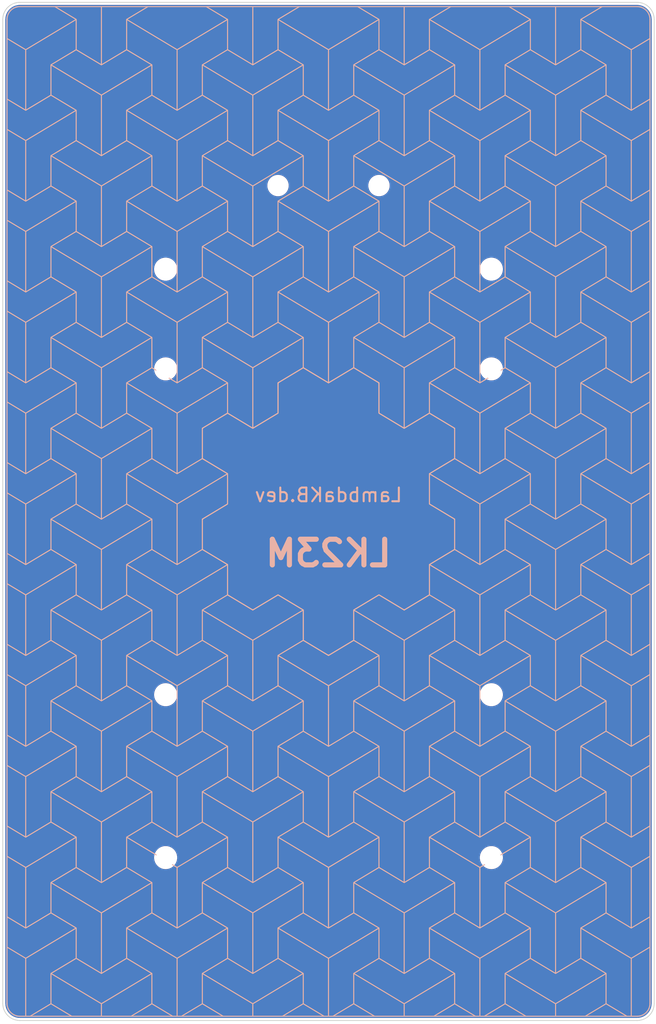
<source format=kicad_pcb>
(kicad_pcb (version 20240108) (generator "pcbnew") (generator_version "8.0")
  (title_block (company "LambdaKB.dev"))
  (layers (0 "F.Cu" signal) (31 "B.Cu" signal) (34 "B.Paste" user) (35 "F.Paste" user) (36 "B.SilkS" user "B.Silkscreen") (37 "F.SilkS" user "F.Silkscreen") (38 "B.Mask" user) (39 "F.Mask" user) (44 "Edge.Cuts" user))
  (net 0 "")
  (footprint "MountingHole:MountingHole_2.2mm_M2_ISO14580" (layer "F.Cu") (at 85.725 71.4375)
    (property "Reference" "H2" (hide yes))
    (property "Value" "MountingHole_2.2mm_M2_ISO14580" (hide yes))
    (pad "" np_thru_hole circle (at 0 0) (size 2.2 2.2) (drill 2.2) (layers "*.Cu" "*.Mask"))
  )
  (footprint "MountingHole:MountingHole_2.2mm_M2_ISO14580" (layer "F.Cu") (at 47.625 128.5875)
    (property "Reference" "H3" (hide yes))
    (property "Value" "MountingHole_2.2mm_M2_ISO14580" (hide yes))
    (pad "" np_thru_hole circle (at 0 0) (size 2.2 2.2) (drill 2.2) (layers "*.Cu" "*.Mask"))
  )
  (footprint "MountingHole:MountingHole_2.2mm_M2_ISO14580" (layer "F.Cu") (at 85.725 109.5375)
    (property "Reference" "H4" (hide yes))
    (property "Value" "MountingHole_2.2mm_M2_ISO14580" (hide yes))
    (pad "" np_thru_hole circle (at 0 0) (size 2.2 2.2) (drill 2.2) (layers "*.Cu" "*.Mask"))
  )
  (footprint "MountingHole:MountingHole_2mm" (layer "F.Cu") (at 60.77 50)
    (property "Reference" "H9" (hide yes))
    (property "Value" "MountingHole_2mm" (hide yes))
    (pad "" np_thru_hole circle (at 0 0) (size 2 2) (drill 2) (layers "*.Cu" "*.Mask"))
  )
  (footprint "MountingHole:MountingHole_2.2mm_M2_ISO14580" (layer "F.Cu") (at 47.625 59.775)
    (property "Reference" "H1" (hide yes))
    (property "Value" "MountingHole_2.2mm_M2_ISO14580" (hide yes))
    (pad "" np_thru_hole circle (at 0 0) (size 2.2 2.2) (drill 2.2) (layers "*.Cu" "*.Mask"))
  )
  (footprint "MountingHole:MountingHole_2mm" (layer "B.Cu") (at 72.58 50 180)
    (property "Reference" "H10" (hide yes))
    (property "Value" "MountingHole_2mm" (hide yes))
    (pad "" np_thru_hole circle (at 0 0 180) (size 2 2) (drill 2) (layers "*.Cu" "*.Mask"))
  )
  (footprint "MountingHole:MountingHole_2.2mm_M2_ISO14580" (layer "B.Cu") (at 47.625 109.5375 180)
    (property "Reference" "H8" (hide yes))
    (property "Value" "MountingHole_2.2mm_M2_ISO14580" (hide yes))
    (pad "" np_thru_hole circle (at 0 0 180) (size 2.2 2.2) (drill 2.2) (layers "*.Cu" "*.Mask"))
  )
  (footprint "MountingHole:MountingHole_2.2mm_M2_ISO14580" (layer "B.Cu") (at 85.725 128.5875 180)
    (property "Reference" "H7" (hide yes))
    (property "Value" "MountingHole_2.2mm_M2_ISO14580" (hide yes))
    (pad "" np_thru_hole circle (at 0 0 180) (size 2.2 2.2) (drill 2.2) (layers "*.Cu" "*.Mask"))
  )
  (footprint "MountingHole:MountingHole_2.2mm_M2_ISO14580" (layer "B.Cu") (at 85.725 59.775 180)
    (property "Reference" "H5" (hide yes))
    (property "Value" "MountingHole_2.2mm_M2_ISO14580" (hide yes))
    (pad "" np_thru_hole circle (at 0 0 180) (size 2.2 2.2) (drill 2.2) (layers "*.Cu" "*.Mask"))
  )
  (footprint "MountingHole:MountingHole_2.2mm_M2_ISO14580" (layer "B.Cu") (at 47.625 71.4375 180)
    (property "Reference" "H6" (hide yes))
    (property "Value" "MountingHole_2.2mm_M2_ISO14580" (hide yes))
    (pad "" np_thru_hole circle (at 0 0 180) (size 2.2 2.2) (drill 2.2) (layers "*.Cu" "*.Mask"))
  )
  (gr_arc (start 30.575 147.137) (mid 29.51434 146.69766) (end 29.075 145.637) (stroke (width 0.12)) (layer "B.SilkS"))
  (gr_arc (start 102.775 29.075) (mid 103.83566 29.51434) (end 104.275 30.575) (stroke (width 0.12)) (layer "B.SilkS"))
  (gr_line (start 104.275 145.637) (end 104.275 30.575) (stroke (width 0.12)) (layer "B.SilkS"))
  (gr_arc (start 104.275 145.637) (mid 103.83566 146.69766) (end 102.775 147.137) (stroke (width 0.12)) (layer "B.SilkS"))
  (gr_poly (pts (xy 60.771785 73.071) (xy 60.771785 76.612702) (xy 57.820361 78.383538) (xy 54.868945 76.612702) (xy 51.917522 78.383538) (xy 51.917522 81.925248) (xy 54.868945 83.696099) (xy 54.868945 87.237802) (xy 51.917522 89.00866) (xy 51.917522 92.550363) (xy 54.868945 94.321221) (xy 54.868945 97.862931) (xy 57.820361 99.633775) (xy 60.771785 97.862931) (xy 63.723201 99.633782) (xy 63.723201 103.175485) (xy 66.674625 104.946336) (xy 69.626048 103.175485) (xy 69.626048 99.633782) (xy 72.577464 97.862931) (xy 75.52888 99.633782) (xy 78.480304 97.862924) (xy 78.480304 94.321221) (xy 81.43172 92.550363) (xy 81.43172 89.00866) (xy 78.480304 87.237802) (xy 78.480304 83.696099) (xy 81.43172 81.925248) (xy 81.43172 78.383538) (xy 78.480304 76.612702) (xy 75.52888 78.383538) (xy 72.577464 76.612702) (xy 72.577464 73.071) (xy 69.626048 71.300149) (xy 66.674625 73.071) (xy 63.723201 71.300149)) (stroke (width 0.12)) (fill none) (layer "B.SilkS"))
  (gr_poly (pts (xy 37.162878 30.50282) (xy 37.184583 30.516256) (xy 37.192333 30.52039) (xy 37.192728 30.520902) (xy 37.193119 30.521417) (xy 37.193504 30.521937) (xy 37.193883 30.52246) (xy 37.195169 30.523067) (xy 37.196439 30.523704) (xy 37.197692 30.524371) (xy 37.198928 30.525067) (xy 37.200148 30.525792) (xy 37.20135 30.526546) (xy 37.202535 30.527329) (xy 37.203703 30.52814) (xy 37.221273 30.53796) (xy 37.221273 34.078829) (xy 40.051591 35.7764) (xy 40.051591 29.075) (xy 40.172514 29.075) (xy 40.172514 35.7764) (xy 43.002829 34.078829) (xy 43.002829 34.078826) (xy 43.123697 34.078826) (xy 46.016027 35.815154) (xy 46.037727 35.829107) (xy 46.045526 35.832727) (xy 46.046586 35.833752) (xy 46.047113 35.834272) (xy 46.047371 35.834533) (xy 46.047626 35.834797) (xy 46.048896 35.835405) (xy 46.050156 35.836042) (xy 46.051404 35.836709) (xy 46.052639 35.837405) (xy 46.05386 35.83813) (xy 46.055065 35.838884) (xy 46.056254 35.839666) (xy 46.057426 35.840477) (xy 46.074996 35.850297) (xy 46.074996 35.874068) (xy 46.075026 35.874778) (xy 46.075047 35.875488) (xy 46.075059 35.876198) (xy 46.075063 35.876908) (xy 46.075059 35.877619) (xy 46.075047 35.878329) (xy 46.075026 35.879039) (xy 46.074996 35.879748) (xy 46.074996 35.883369) (xy 46.075084 35.884595) (xy 46.075147 35.885823) (xy 46.075185 35.887051) (xy 46.075198 35.888279) (xy 46.075185 35.889507) (xy 46.075147 35.890735) (xy 46.075084 35.891962) (xy 46.074996 35.893189) (xy 46.074996 39.391166) (xy 48.906863 41.090804) (xy 48.906863 34.147042) (xy 49.026233 34.147042) (xy 49.026233 41.088737) (xy 51.857952 39.391255) (xy 51.977395 39.391255) (xy 54.901248 41.145152) (xy 54.902848 41.147252) (xy 54.903931 41.147899) (xy 54.905004 41.148565) (xy 54.906064 41.149249) (xy 54.907112 41.149953) (xy 54.908145 41.150674) (xy 54.909163 41.151415) (xy 54.910165 41.152174) (xy 54.911149 41.152952) (xy 54.92872 41.162752) (xy 54.92872 41.182392) (xy 54.928746 41.183384) (xy 54.928755 41.184405) (xy 54.928746 41.185444) (xy 54.92872 41.186492) (xy 54.928808 41.187696) (xy 54.928871 41.188909) (xy 54.928909 41.190129) (xy 54.928921 41.191355) (xy 54.928909 41.192585) (xy 54.928871 41.193819) (xy 54.928808 41.195055) (xy 54.92872 41.196292) (xy 54.928808 41.197497) (xy 54.928871 41.198709) (xy 54.928909 41.199929) (xy 54.928921 41.201155) (xy 54.928909 41.202385) (xy 54.928871 41.203619) (xy 54.928808 41.204855) (xy 54.92872 41.206092) (xy 54.92872 41.207126) (xy 54.928724 41.207498) (xy 54.928725 41.20787) (xy 54.928724 41.208244) (xy 54.92872 41.208626) (xy 54.92872 44.70402) (xy 57.760587 46.401075) (xy 57.760587 39.459907) (xy 57.881509 39.459907) (xy 57.881509 46.401084) (xy 60.711828 44.704029) (xy 60.711828 44.703474) (xy 60.832717 44.703474) (xy 63.742618 46.451688) (xy 63.744668 46.452722) (xy 63.745684 46.453245) (xy 63.746719 46.453788) (xy 63.75452 46.457889) (xy 63.754651 46.458008) (xy 63.754784 46.458122) (xy 63.754916 46.458232) (xy 63.755049 46.458338) (xy 63.755314 46.45854) (xy 63.755579 46.458733) (xy 63.756105 46.459106) (xy 63.756365 46.459294) (xy 63.756622 46.459489) (xy 63.757891 46.460146) (xy 63.759151 46.460838) (xy 63.760398 46.461566) (xy 63.761633 46.462328) (xy 63.762854 46.463122) (xy 63.76406 46.463948) (xy 63.765249 46.464804) (xy 63.766422 46.46569) (xy 63.783992 46.47549) (xy 63.783992 50.016357) (xy 66.61431 51.713928) (xy 66.61431 44.772257) (xy 66.735233 44.772257) (xy 66.735233 51.713952) (xy 69.567049 50.016412) (xy 69.686412 50.016412) (xy 72.600448 51.766175) (xy 72.608249 51.770276) (xy 72.609311 51.771324) (xy 72.609838 51.771849) (xy 72.610096 51.772112) (xy 72.610351 51.772376) (xy 72.611621 51.77299) (xy 72.61288 51.773632) (xy 72.614127 51.774302) (xy 72.615362 51.775001) (xy 72.616583 51.775727) (xy 72.617789 51.776482) (xy 72.618979 51.777265) (xy 72.620151 51.778075) (xy 72.637721 51.787875) (xy 72.637721 51.813195) (xy 72.637756 51.813979) (xy 72.637781 51.814755) (xy 72.637796 51.815526) (xy 72.637801 51.816296) (xy 72.637796 51.817065) (xy 72.637781 51.817837) (xy 72.637756 51.818613) (xy 72.637721 51.819396) (xy 72.637723 51.819621) (xy 72.637724 51.81987) (xy 72.637721 51.820396) (xy 72.637732 51.821061) (xy 72.637736 51.821711) (xy 72.637732 51.822353) (xy 72.637721 51.822995) (xy 72.637721 55.328725) (xy 75.469588 57.026296) (xy 75.469588 50.085147) (xy 75.588443 50.085147) (xy 75.588443 57.028394) (xy 78.420829 55.329272) (xy 78.420829 55.328702) (xy 78.539619 55.328702) (xy 81.455718 57.078983) (xy 81.463519 57.082582) (xy 81.464582 57.08363) (xy 81.465108 57.084154) (xy 81.465367 57.084418) (xy 81.465621 57.084682) (xy 81.466891 57.085338) (xy 81.46815 57.086031) (xy 81.469398 57.086759) (xy 81.470633 57.08752) (xy 81.471854 57.088315) (xy 81.47306 57.089141) (xy 81.474249 57.089997) (xy 81.475421 57.090882) (xy 81.492992 57.100682) (xy 81.492992 60.641549) (xy 84.322795 62.338603) (xy 84.322795 55.397451) (xy 84.44424 55.397451) (xy 84.44424 62.33863) (xy 87.274028 60.641586) (xy 87.395419 60.641586) (xy 90.309451 62.391349) (xy 90.317252 62.39545) (xy 90.318315 62.396499) (xy 90.318841 62.397024) (xy 90.3191 62.397288) (xy 90.319354 62.397552) (xy 90.320624 62.398165) (xy 90.321883 62.398807) (xy 90.323131 62.399477) (xy 90.324366 62.400175) (xy 90.325587 62.400902) (xy 90.326793 62.401657) (xy 90.327982 62.40244) (xy 90.329154 62.403251) (xy 90.346725 62.413051) (xy 90.346725 65.953922) (xy 93.178592 67.65356) (xy 93.178592 60.709823) (xy 93.29745 60.709823) (xy 93.29745 67.651519) (xy 96.129832 65.953948) (xy 96.129832 65.953895) (xy 96.248622 65.953895) (xy 99.162654 67.703658) (xy 99.170451 67.707759) (xy 99.170582 67.707878) (xy 99.170713 67.707992) (xy 99.170845 67.708102) (xy 99.170977 67.708208) (xy 99.171241 67.70841) (xy 99.171506 67.708603) (xy 99.172033 67.708975) (xy 99.172293 67.709163) (xy 99.172549 67.709357) (xy 99.173821 67.710013) (xy 99.175081 67.710705) (xy 99.17633 67.711432) (xy 99.177566 67.712194) (xy 99.178787 67.712988) (xy 99.179993 67.713814) (xy 99.181182 67.714671) (xy 99.182353 67.715556) (xy 99.199924 67.725356) (xy 99.199924 67.750674) (xy 99.199954 67.751387) (xy 99.199975 67.752099) (xy 99.199988 67.752812) (xy 99.199992 67.753524) (xy 99.199988 67.754236) (xy 99.199975 67.754949) (xy 99.199954 67.755661) (xy 99.199924 67.756374) (xy 99.199924 67.758445) (xy 99.200011 67.75965) (xy 99.200074 67.760862) (xy 99.200111 67.762082) (xy 99.200124 67.763308) (xy 99.200111 67.764538) (xy 99.200074 67.765772) (xy 99.200011 67.767008) (xy 99.199924 67.768245) (xy 99.199924 71.266223) (xy 102.031795 72.963794) (xy 102.031795 66.022098) (xy 96.248683 62.551509) (xy 96.248622 65.953895) (xy 96.129832 65.953895) (xy 96.129832 62.413081) (xy 96.147403 62.403281) (xy 96.158771 62.39548) (xy 99.081073 60.641582) (xy 99.081073 57.239206) (xy 93.29745 60.709823) (xy 93.178592 60.709823) (xy 93.178592 60.709796) (xy 87.39548 57.239206) (xy 87.395419 60.641586) (xy 87.274028 60.641586) (xy 87.274043 60.641576) (xy 87.274043 57.133752) (xy 87.450282 57.133752) (xy 93.239078 60.606408) (xy 99.026324 57.133752) (xy 96.190318 55.432565) (xy 96.18822 55.432565) (xy 93.23698 57.204032) (xy 90.285739 55.432565) (xy 87.450282 57.133752) (xy 87.274043 57.133752) (xy 87.274043 57.100709) (xy 87.291614 57.090909) (xy 87.303493 57.08311) (xy 90.227344 55.329211) (xy 90.227344 51.926835) (xy 84.44424 55.397451) (xy 84.322795 55.397451) (xy 84.322795 55.397424) (xy 78.539684 51.926835) (xy 78.539619 55.328702) (xy 78.420829 55.328702) (xy 78.420829 51.821397) (xy 78.596538 51.821397) (xy 84.383781 55.291986) (xy 90.170509 51.821397) (xy 88.750957 50.96977) (xy 87.335021 50.121759) (xy 84.383781 51.891677) (xy 81.43254 50.121759) (xy 80.016605 50.96977) (xy 78.596538 51.821397) (xy 78.420829 51.821397) (xy 78.420829 51.787887) (xy 78.4384 51.778087) (xy 78.449771 51.770288) (xy 81.372073 50.016389) (xy 81.372073 46.614013) (xy 75.588443 50.085147) (xy 75.469588 50.085147) (xy 75.469588 50.085119) (xy 69.686481 46.614013) (xy 69.686412 50.016412) (xy 69.567049 50.016412) (xy 69.5671 50.016381) (xy 69.5671 46.508559) (xy 69.741256 46.508559) (xy 75.530051 49.981216) (xy 81.317294 46.508559) (xy 78.481292 44.807371) (xy 75.530051 46.57884) (xy 72.576743 44.807372) (xy 69.741256 46.508559) (xy 69.5671 46.508559) (xy 69.5671 46.475517) (xy 69.58467 46.465717) (xy 69.596561 46.457917) (xy 72.518344 44.70402) (xy 72.518344 41.301644) (xy 66.735233 44.772257) (xy 66.61431 44.772257) (xy 66.61431 44.772232) (xy 60.832751 41.301644) (xy 60.832717 44.703474) (xy 60.711828 44.703474) (xy 60.711828 41.196224) (xy 60.88758 41.196224) (xy 66.674823 44.666813) (xy 72.463618 41.196224) (xy 69.627616 39.495036) (xy 69.626018 39.495036) (xy 66.674823 41.266505) (xy 63.723583 39.497104) (xy 60.88758 41.196224) (xy 60.711828 41.196224) (xy 60.711828 41.163163) (xy 60.729398 41.153363) (xy 60.740768 41.145064) (xy 63.66307 39.391166) (xy 63.66307 35.989307) (xy 57.881509 39.459907) (xy 57.760587 39.459907) (xy 57.760587 39.459896) (xy 51.977477 35.989307) (xy 51.977395 39.391255) (xy 51.857952 39.391255) (xy 51.8581 39.391166) (xy 51.8581 35.88337) (xy 52.032254 35.88337) (xy 57.82105 39.354476) (xy 63.608295 35.88337) (xy 60.77229 34.184249) (xy 57.82105 35.95365) (xy 54.869842 34.182182) (xy 54.867742 34.182182) (xy 52.032254 35.88337) (xy 51.8581 35.88337) (xy 51.8581 35.850297) (xy 51.875671 35.840477) (xy 51.887561 35.832727) (xy 54.809346 34.078829) (xy 54.809346 30.676453) (xy 49.026233 34.147042) (xy 48.906863 34.147042) (xy 43.123755 30.676453) (xy 43.123697 34.078826) (xy 43.002829 34.078826) (xy 43.002829 30.53796) (xy 43.020398 30.52814) (xy 43.032289 30.52039) (xy 45.438342 29.075) (xy 45.672437 29.075) (xy 43.178532 30.571033) (xy 48.967326 34.043689) (xy 54.754569 30.571033) (xy 52.260665 29.075) (xy 52.49476 29.075) (xy 54.901248 30.520392) (xy 54.901368 30.520519) (xy 54.901483 30.520647) (xy 54.901594 30.520775) (xy 54.901702 30.520904) (xy 54.901908 30.521161) (xy 54.902104 30.521419) (xy 54.902293 30.521678) (xy 54.902478 30.521938) (xy 54.902848 30.522462) (xy 54.903931 30.523095) (xy 54.905004 30.523751) (xy 54.906064 30.524429) (xy 54.907112 30.525129) (xy 54.908145 30.52585) (xy 54.909163 30.526593) (xy 54.910165 30.527357) (xy 54.911149 30.528142) (xy 54.92872 30.537962) (xy 54.92872 30.558632) (xy 54.928724 30.559021) (xy 54.928725 30.559408) (xy 54.928724 30.559795) (xy 54.92872 30.560182) (xy 54.92872 30.561215) (xy 54.928808 30.562442) (xy 54.928871 30.563669) (xy 54.928909 30.564897) (xy 54.928921 30.566125) (xy 54.928909 30.567354) (xy 54.928871 30.568581) (xy 54.928808 30.569809) (xy 54.92872 30.571035) (xy 54.928775 30.572003) (xy 54.928814 30.572972) (xy 54.928838 30.573941) (xy 54.928846 30.57491) (xy 54.928838 30.57588) (xy 54.928814 30.576849) (xy 54.928775 30.577818) (xy 54.92872 30.578786) (xy 54.928755 30.579558) (xy 54.92878 30.580332) (xy 54.928795 30.581107) (xy 54.9288 30.581882) (xy 54.928795 30.582657) (xy 54.92878 30.583433) (xy 54.928755 30.584209) (xy 54.92872 30.584985) (xy 54.92872 34.076762) (xy 57.760589 35.7764) (xy 57.760589 29.075) (xy 57.881511 29.075) (xy 57.881511 35.7764) (xy 60.71182 34.078829) (xy 60.71182 34.078826) (xy 60.832687 34.078826) (xy 63.725017 35.815154) (xy 63.746719 35.829107) (xy 63.75452 35.832727) (xy 63.755582 35.833752) (xy 63.756109 35.834272) (xy 63.756367 35.834533) (xy 63.756622 35.834797) (xy 63.757891 35.835405) (xy 63.759151 35.836042) (xy 63.760398 35.836709) (xy 63.761633 35.837405) (xy 63.762854 35.83813) (xy 63.76406 35.838884) (xy 63.765249 35.839666) (xy 63.766422 35.840477) (xy 63.783992 35.850297) (xy 63.783992 39.391166) (xy 66.61431 41.088737) (xy 66.61431 34.147042) (xy 66.735236 34.147042) (xy 66.735236 41.088736) (xy 69.567062 39.39119) (xy 69.686412 39.39119) (xy 72.600444 41.141471) (xy 72.608245 41.145071) (xy 72.609307 41.146119) (xy 72.609834 41.146644) (xy 72.610093 41.146907) (xy 72.610347 41.147171) (xy 72.611617 41.147785) (xy 72.612876 41.148428) (xy 72.614124 41.149098) (xy 72.615359 41.149796) (xy 72.616579 41.150523) (xy 72.617785 41.151278) (xy 72.618975 41.15206) (xy 72.620147 41.152871) (xy 72.637717 41.162671) (xy 72.637717 41.186442) (xy 72.637747 41.187154) (xy 72.637769 41.187867) (xy 72.637782 41.188579) (xy 72.637786 41.189292) (xy 72.637782 41.190004) (xy 72.637769 41.190717) (xy 72.637747 41.191429) (xy 72.637717 41.192142) (xy 72.637743 41.193134) (xy 72.637752 41.194154) (xy 72.637743 41.195193) (xy 72.637717 41.196242) (xy 72.637805 41.197446) (xy 72.637868 41.198659) (xy 72.637905 41.199878) (xy 72.637918 41.201104) (xy 72.637905 41.202334) (xy 72.637868 41.203568) (xy 72.637805 41.204804) (xy 72.637717 41.206042) (xy 72.637717 44.70402) (xy 75.469581 46.401075) (xy 75.469581 39.459905) (xy 75.588435 39.459905) (xy 75.588435 46.40315) (xy 78.420821 44.704029) (xy 78.420821 44.704028) (xy 78.539619 44.704028) (xy 81.455718 46.453792) (xy 81.463519 46.457893) (xy 81.464582 46.45894) (xy 81.465108 46.459465) (xy 81.465367 46.459729) (xy 81.465621 46.459993) (xy 81.466891 46.460606) (xy 81.46815 46.461248) (xy 81.469398 46.461918) (xy 81.470633 46.462617) (xy 81.471854 46.463343) (xy 81.47306 46.464098) (xy 81.474249 46.464881) (xy 81.475421 46.465692) (xy 81.492992 46.475492) (xy 81.492992 50.016357) (xy 84.322795 51.713928) (xy 84.322795 44.772257) (xy 84.44424 44.772257) (xy 84.44424 51.713952) (xy 87.274043 50.016381) (xy 87.274043 50.016351) (xy 87.395419 50.016351) (xy 90.309451 51.766114) (xy 90.317252 51.770215) (xy 90.318315 51.771263) (xy 90.318841 51.771788) (xy 90.3191 51.772051) (xy 90.319354 51.772315) (xy 90.320624 51.772929) (xy 90.321883 51.773571) (xy 90.323131 51.774241) (xy 90.324366 51.774939) (xy 90.325587 51.775666) (xy 90.326793 51.776421) (xy 90.327982 51.777204) (xy 90.329154 51.778014) (xy 90.346725 51.787814) (xy 90.346725 51.822951) (xy 90.34678 51.823926) (xy 90.346819 51.824901) (xy 90.346843 51.825876) (xy 90.346851 51.826851) (xy 90.346843 51.827826) (xy 90.346819 51.828801) (xy 90.34678 51.829776) (xy 90.346725 51.830751) (xy 90.346725 55.329244) (xy 93.178592 57.028365) (xy 93.178592 50.085149) (xy 93.29745 50.085149) (xy 93.29745 57.026326) (xy 96.129832 55.329272) (xy 96.129832 55.32867) (xy 96.248637 55.32867) (xy 99.159053 57.076883) (xy 99.159953 57.077265) (xy 99.160854 57.077661) (xy 99.161755 57.078068) (xy 99.162654 57.078483) (xy 99.170451 57.082584) (xy 99.170978 57.083108) (xy 99.171509 57.083632) (xy 99.172036 57.084156) (xy 99.172295 57.084419) (xy 99.172549 57.084684) (xy 99.173821 57.085297) (xy 99.175081 57.085939) (xy 99.17633 57.086609) (xy 99.177566 57.087308) (xy 99.178787 57.088035) (xy 99.179993 57.088789) (xy 99.181182 57.089572) (xy 99.182353 57.090383) (xy 99.199924 57.100183) (xy 99.199924 57.125503) (xy 99.199959 57.126286) (xy 99.199984 57.127062) (xy 99.199999 57.127834) (xy 99.200004 57.128603) (xy 99.199999 57.129372) (xy 99.199984 57.130144) (xy 99.199959 57.13092) (xy 99.199924 57.131704) (xy 99.199924 57.133771) (xy 99.200011 57.134976) (xy 99.200074 57.136189) (xy 99.200111 57.137408) (xy 99.200124 57.138634) (xy 99.200111 57.139864) (xy 99.200074 57.141098) (xy 99.200011 57.142334) (xy 99.199924 57.143571) (xy 99.199924 60.641549) (xy 102.031795 62.338603) (xy 102.031795 55.397424) (xy 96.248683 51.926835) (xy 96.248637 55.32867) (xy 96.129832 55.32867) (xy 96.129832 51.787887) (xy 96.147403 51.778087) (xy 96.158771 51.770288) (xy 99.081073 50.016389) (xy 99.081073 46.614013) (xy 93.29745 50.085149) (xy 93.178592 50.085149) (xy 93.178592 50.085119) (xy 87.39548 46.614013) (xy 87.395419 50.016351) (xy 87.274043 50.016351) (xy 87.274043 46.508559) (xy 87.450282 46.508559) (xy 93.239078 49.981216) (xy 99.026324 46.508559) (xy 96.190318 44.807371) (xy 96.18822 44.807371) (xy 93.23698 46.57884) (xy 90.285739 44.807372) (xy 87.450282 46.508559) (xy 87.274043 46.508559) (xy 87.274043 46.475517) (xy 87.291614 46.465717) (xy 87.303493 46.457917) (xy 90.227344 44.70402) (xy 90.227344 41.301644) (xy 84.44424 44.772257) (xy 84.322795 44.772257) (xy 84.322795 44.772232) (xy 78.539684 41.301644) (xy 78.539619 44.704028) (xy 78.420821 44.704028) (xy 78.420821 41.196258) (xy 78.59653 41.196258) (xy 84.383773 44.666846) (xy 90.170501 41.196258) (xy 88.750949 40.344629) (xy 87.335014 39.497136) (xy 84.383773 41.266537) (xy 81.432532 39.497136) (xy 80.016597 40.344629) (xy 78.59653 41.196258) (xy 78.420821 41.196258) (xy 78.420821 41.163163) (xy 78.438392 41.153363) (xy 78.449763 41.145064) (xy 81.372066 39.391166) (xy 81.372066 35.989307) (xy 75.588435 39.459905) (xy 75.469581 39.459905) (xy 75.469581 39.459896) (xy 69.686473 35.989307) (xy 69.686412 39.39119) (xy 69.567062 39.39119) (xy 69.567104 39.391165) (xy 69.567104 35.88337) (xy 69.741252 35.88337) (xy 75.530048 39.356026) (xy 81.317291 35.88337) (xy 78.481288 34.182182) (xy 75.530048 35.95365) (xy 72.57674 34.182182) (xy 69.741252 35.88337) (xy 69.567104 35.88337) (xy 69.567104 35.850296) (xy 69.584674 35.840476) (xy 69.596565 35.832726) (xy 69.608443 35.824976) (xy 72.518344 34.076762) (xy 72.518344 30.676453) (xy 66.735236 34.147042) (xy 66.61431 34.147042) (xy 60.832751 30.676453) (xy 60.832687 34.078826) (xy 60.71182 34.078826) (xy 60.71182 30.53796) (xy 60.72939 30.52814) (xy 60.74076 30.52039) (xy 60.770221 30.50282) (xy 63.148887 29.075) (xy 63.384532 29.075) (xy 60.887529 30.571033) (xy 66.674773 34.041622) (xy 72.463565 30.571033) (xy 69.969661 29.075) (xy 70.200137 29.075) (xy 72.578742 30.502824) (xy 72.600444 30.51626) (xy 72.608245 30.52039) (xy 72.608775 30.520897) (xy 72.609307 30.521412) (xy 72.609834 30.521933) (xy 72.610093 30.522196) (xy 72.610347 30.52246) (xy 72.611617 30.523068) (xy 72.612876 30.523705) (xy 72.614124 30.524372) (xy 72.615359 30.525068) (xy 72.616579 30.525793) (xy 72.617785 30.526547) (xy 72.618975 30.527329) (xy 72.620147 30.52814) (xy 72.637717 30.53796) (xy 72.637717 30.561214) (xy 72.637752 30.561987) (xy 72.637778 30.562761) (xy 72.637793 30.563535) (xy 72.637798 30.56431) (xy 72.637793 30.565086) (xy 72.637778 30.565862) (xy 72.637752 30.566638) (xy 72.637717 30.567414) (xy 72.637724 30.567932) (xy 72.637726 30.56845) (xy 72.637724 30.568967) (xy 72.637717 30.569484) (xy 72.637722 30.569873) (xy 72.637723 30.57026) (xy 72.637722 30.570647) (xy 72.637717 30.571034) (xy 72.637772 30.572002) (xy 72.637812 30.572971) (xy 72.637835 30.57394) (xy 72.637843 30.574909) (xy 72.637835 30.575878) (xy 72.637812 30.576848) (xy 72.637772 30.577816) (xy 72.637717 30.578784) (xy 72.637717 34.078829) (xy 75.469585 35.7764) (xy 75.469585 29.075) (xy 75.588439 29.075) (xy 75.588439 35.77795) (xy 78.420821 34.078829) (xy 78.420821 34.076759) (xy 78.539615 34.076759) (xy 81.455714 35.829107) (xy 81.463515 35.832727) (xy 81.464578 35.833752) (xy 81.465104 35.834272) (xy 81.465363 35.834533) (xy 81.465617 35.834797) (xy 81.466887 35.835405) (xy 81.468146 35.836042) (xy 81.469394 35.836709) (xy 81.470629 35.837405) (xy 81.47185 35.83813) (xy 81.473056 35.838884) (xy 81.474245 35.839666) (xy 81.475417 35.840477) (xy 81.492988 35.850297) (xy 81.492988 39.391166) (xy 84.322795 41.088737) (xy 84.322795 34.147042) (xy 84.444228 34.147042) (xy 84.444228 41.088737) (xy 87.274003 39.39119) (xy 87.395404 39.39119) (xy 90.30944 41.141471) (xy 90.317241 41.145071) (xy 90.318303 41.146119) (xy 90.31883 41.146644) (xy 90.319088 41.146907) (xy 90.319343 41.147171) (xy 90.320613 41.147785) (xy 90.321872 41.148428) (xy 90.32312 41.149098) (xy 90.324354 41.149796) (xy 90.325575 41.150523) (xy 90.326781 41.151278) (xy 90.327971 41.15206) (xy 90.329143 41.152871) (xy 90.346713 41.162671) (xy 90.346713 41.186442) (xy 90.346743 41.187154) (xy 90.346765 41.187867) (xy 90.346778 41.188579) (xy 90.346782 41.189292) (xy 90.346778 41.190004) (xy 90.346765 41.190717) (xy 90.346743 41.191429) (xy 90.346713 41.192142) (xy 90.346739 41.193134) (xy 90.346748 41.194154) (xy 90.346739 41.195193) (xy 90.346713 41.196242) (xy 90.346801 41.197446) (xy 90.346863 41.198659) (xy 90.346901 41.199878) (xy 90.346914 41.201104) (xy 90.346901 41.202334) (xy 90.346863 41.203568) (xy 90.346801 41.204804) (xy 90.346713 41.206042) (xy 90.346713 44.70402) (xy 93.178584 46.40314) (xy 93.178584 39.459907) (xy 93.297443 39.459907) (xy 93.297443 46.401084) (xy 96.129825 44.704029) (xy 96.129825 44.703512) (xy 96.248615 44.703512) (xy 99.162647 46.453794) (xy 99.170444 46.457393) (xy 99.17097 46.457917) (xy 99.171501 46.458441) (xy 99.172028 46.458965) (xy 99.172287 46.459229) (xy 99.172542 46.459493) (xy 99.173813 46.460149) (xy 99.175074 46.460842) (xy 99.176322 46.46157) (xy 99.177558 46.462331) (xy 99.17878 46.463126) (xy 99.179985 46.463952) (xy 99.181175 46.464808) (xy 99.182346 46.465694) (xy 99.199916 46.475494) (xy 99.199916 46.500814) (xy 99.199946 46.501526) (xy 99.199968 46.502239) (xy 99.19998 46.502951) (xy 99.199985 46.503663) (xy 99.19998 46.504376) (xy 99.199968 46.505088) (xy 99.199946 46.5058) (xy 99.199916 46.506513) (xy 99.199916 46.50858) (xy 99.200004 46.509785) (xy 99.200066 46.510998) (xy 99.200104 46.512218) (xy 99.200116 46.513443) (xy 99.200104 46.514673) (xy 99.200066 46.515907) (xy 99.200004 46.517143) (xy 99.199916 46.51838) (xy 99.199916 50.016357) (xy 102.031795 51.713928) (xy 102.031795 44.772232) (xy 96.248683 41.301644) (xy 96.248615 44.703512) (xy 96.129825 44.703512) (xy 96.129825 41.163163) (xy 96.147395 41.153363) (xy 96.158763 41.145064) (xy 99.081065 39.391166) (xy 99.081065 35.989307) (xy 93.297443 39.459907) (xy 93.178584 39.459907) (xy 93.178584 39.459896) (xy 87.395473 35.989307) (xy 87.395404 39.39119) (xy 87.274003 39.39119) (xy 87.274043 39.391166) (xy 87.274043 35.88337) (xy 87.450248 35.88337) (xy 93.23904 39.356026) (xy 99.026286 35.88337) (xy 96.190318 34.182182) (xy 96.18822 34.182182) (xy 93.23698 35.95365) (xy 90.285739 34.182182) (xy 87.450248 35.88337) (xy 87.274043 35.88337) (xy 87.274043 35.850297) (xy 87.291614 35.840477) (xy 87.303493 35.832727) (xy 90.227344 34.076762) (xy 90.227344 30.676453) (xy 84.444228 34.147042) (xy 84.322795 34.147042) (xy 78.539684 30.676453) (xy 78.539615 34.076759) (xy 78.420821 34.076759) (xy 78.420821 30.53796) (xy 78.438392 30.52814) (xy 78.449763 30.52039) (xy 80.857887 29.075) (xy 81.093013 29.075) (xy 80.016593 29.719405) (xy 78.596526 30.571033) (xy 84.383769 34.041622) (xy 90.170497 30.571033) (xy 88.750945 29.719405) (xy 87.674525 29.075) (xy 87.909133 29.075) (xy 90.287738 30.502824) (xy 90.30944 30.51626) (xy 90.317241 30.52039) (xy 90.317771 30.520897) (xy 90.318303 30.521411) (xy 90.31883 30.521933) (xy 90.319088 30.522196) (xy 90.319343 30.52246) (xy 90.320613 30.523067) (xy 90.321872 30.523704) (xy 90.32312 30.524371) (xy 90.324354 30.525067) (xy 90.325575 30.525792) (xy 90.326781 30.526546) (xy 90.327971 30.527329) (xy 90.329143 30.52814) (xy 90.346713 30.53796) (xy 90.346713 34.078829) (xy 93.178584 35.77795) (xy 93.178584 29.075) (xy 93.297435 29.075) (xy 93.297435 35.7764) (xy 96.126386 34.078826) (xy 96.248615 34.078826) (xy 99.14146 35.815154) (xy 99.162647 35.829107) (xy 99.170444 35.832727) (xy 99.171501 35.833752) (xy 99.172028 35.834272) (xy 99.172287 35.834533) (xy 99.172542 35.834797) (xy 99.173813 35.835405) (xy 99.175074 35.836042) (xy 99.176322 35.836709) (xy 99.177558 35.837405) (xy 99.17878 35.83813) (xy 99.179985 35.838884) (xy 99.181175 35.839666) (xy 99.182346 35.840477) (xy 99.199916 35.850297) (xy 99.199916 35.874073) (xy 99.199946 35.874782) (xy 99.199968 35.875492) (xy 99.19998 35.876202) (xy 99.199985 35.876913) (xy 99.19998 35.877623) (xy 99.199968 35.878334) (xy 99.199946 35.879044) (xy 99.199916 35.879753) (xy 99.199916 39.391166) (xy 102.031795 41.088737) (xy 102.031795 34.147042) (xy 96.248683 30.676453) (xy 96.248615 34.078826) (xy 96.126386 34.078826) (xy 96.129825 34.076762) (xy 96.129825 30.53796) (xy 96.147395 30.52814) (xy 96.158763 30.52039) (xy 98.566882 29.075) (xy 98.799426 29.075) (xy 96.303455 30.571033) (xy 102.092761 34.041622) (xy 104.274547 32.733174) (xy 104.274547 32.872701) (xy 102.151157 34.147042) (xy 102.151157 41.090804) (xy 104.2746 39.816465) (xy 104.2746 39.958575) (xy 102.092822 41.266505) (xy 99.141582 39.495037) (xy 99.139484 39.495037) (xy 96.303485 41.196225) (xy 102.092792 44.666814) (xy 104.27457 43.358367) (xy 104.27457 43.497894) (xy 102.151187 44.772234) (xy 102.151187 51.71548) (xy 104.27457 50.441655) (xy 104.27457 50.583249) (xy 102.092792 51.891696) (xy 99.141551 50.120229) (xy 99.139453 50.120229) (xy 96.303455 51.821416) (xy 102.092761 55.292005) (xy 104.274539 53.983558) (xy 104.274539 54.123084) (xy 102.151157 55.397426) (xy 102.151157 62.340671) (xy 104.274532 61.066846) (xy 104.274532 61.208442) (xy 102.092754 62.516372) (xy 99.141513 60.744903) (xy 96.305514 62.44609) (xy 102.092754 65.916679) (xy 104.274532 64.607715) (xy 104.274532 64.747756) (xy 102.151149 66.022098) (xy 102.151149 72.965861) (xy 104.274532 71.69152) (xy 104.274532 71.833114) (xy 102.092754 73.141563) (xy 99.141513 71.370094) (xy 96.305514 73.071281) (xy 102.092761 76.541869) (xy 104.274539 75.232906) (xy 104.274539 75.373981) (xy 102.151157 76.647289) (xy 102.151157 83.590533) (xy 104.274532 82.316711) (xy 104.274532 82.458278) (xy 102.092754 83.766208) (xy 99.141513 81.994739) (xy 96.305514 83.695926) (xy 102.092754 87.166515) (xy 104.274532 85.857551) (xy 104.274532 85.998626) (xy 102.151149 87.272449) (xy 102.151149 94.215694) (xy 104.274532 92.941867) (xy 104.274532 93.083461) (xy 102.092754 94.391391) (xy 99.141513 92.619922) (xy 96.305514 94.321109) (xy 102.092754 97.791698) (xy 104.274532 96.48273) (xy 104.274532 96.623805) (xy 102.151149 97.897113) (xy 102.151149 104.842426) (xy 104.274532 103.56705) (xy 104.274532 103.708644) (xy 102.092754 105.016574) (xy 99.141513 103.247173) (xy 96.305514 104.946292) (xy 96.305514 104.947894) (xy 102.092761 108.416934) (xy 104.274539 107.107967) (xy 104.274539 107.249042) (xy 102.151157 108.522349) (xy 102.151157 115.467662) (xy 104.274333 114.192264) (xy 104.274333 114.33282) (xy 102.092555 115.64075) (xy 99.141315 113.871349) (xy 96.305316 115.570468) (xy 96.305316 115.572566) (xy 102.092555 119.041606) (xy 104.274333 117.732639) (xy 104.274333 117.873195) (xy 102.150951 119.147021) (xy 102.150951 126.092334) (xy 104.274333 124.816959) (xy 104.274333 124.958766) (xy 102.092555 126.266696) (xy 99.141315 124.497295) (xy 96.305316 126.196414) (xy 96.305316 126.198512) (xy 102.092563 129.667041) (xy 104.274341 128.358073) (xy 104.274341 128.499149) (xy 102.150958 129.772456) (xy 102.150958 136.717769) (xy 104.274341 135.442386) (xy 104.274341 135.583469) (xy 102.092563 136.891917) (xy 99.141322 135.121997) (xy 96.305324 136.821635) (xy 96.305324 136.823634) (xy 102.090503 140.294734) (xy 104.274348 138.984225) (xy 104.274348 139.124263) (xy 102.150966 140.398082) (xy 102.150966 147.137721) (xy 102.031596 147.137721) (xy 102.031596 140.398082) (xy 96.248485 136.92905) (xy 96.248485 140.328838) (xy 99.162517 142.07912) (xy 99.170314 142.083118) (xy 99.199771 142.100719) (xy 99.199771 142.126018) (xy 99.199801 142.126767) (xy 99.199823 142.127517) (xy 99.199835 142.128267) (xy 99.19984 142.129016) (xy 99.199835 142.129766) (xy 99.199823 142.130515) (xy 99.199801 142.131265) (xy 99.199771 142.132014) (xy 99.199771 142.136142) (xy 99.199834 142.136939) (xy 99.199878 142.137817) (xy 99.199905 142.138765) (xy 99.199914 142.139772) (xy 99.199905 142.140824) (xy 99.199878 142.141912) (xy 99.199834 142.143023) (xy 99.199771 142.144145) (xy 99.199771 145.642123) (xy 101.692127 147.13763) (xy 101.460101 147.13763) (xy 99.141376 145.747539) (xy 96.821101 147.13763) (xy 96.589595 147.13763) (xy 99.080913 145.644191) (xy 99.080913 142.241809) (xy 93.29729 145.71033) (xy 93.29729 147.13763) (xy 93.178432 147.13763) (xy 93.178432 145.71033) (xy 87.395324 142.241809) (xy 87.395324 145.643672) (xy 89.886127 147.13763) (xy 89.653583 147.13763) (xy 87.334861 145.747539) (xy 85.016139 147.13763) (xy 84.783595 147.13763) (xy 87.273883 145.644191) (xy 87.273883 142.135806) (xy 87.451804 142.135806) (xy 93.23698 145.608462) (xy 99.024226 142.135799) (xy 96.18822 140.434612) (xy 93.23698 142.204013) (xy 90.285739 140.434612) (xy 87.451804 142.135806) (xy 87.273883 142.135806) (xy 87.273883 142.101291) (xy 87.303332 142.08369) (xy 90.227184 140.329791) (xy 90.227184 136.928973) (xy 84.444072 140.398006) (xy 84.444072 147.137645) (xy 84.322631 147.137645) (xy 84.322631 140.398006) (xy 78.53952 136.928973) (xy 78.53952 140.329272) (xy 81.455619 142.079562) (xy 81.46342 142.08356) (xy 81.49287 142.101161) (xy 81.49287 145.644122) (xy 83.983157 147.137561) (xy 83.751132 147.137561) (xy 81.43241 145.74747) (xy 79.113689 147.137561) (xy 78.880626 147.137561) (xy 81.371947 145.644122) (xy 81.371947 142.24174) (xy 75.588321 145.710261) (xy 75.588321 147.137561) (xy 75.469466 147.137561) (xy 75.469466 145.710261) (xy 69.686359 142.24174) (xy 69.686359 145.643604) (xy 72.177161 147.137561) (xy 71.945651 147.137561) (xy 69.625896 145.74747) (xy 67.307174 147.137561) (xy 67.07463 147.137561) (xy 69.566985 145.642055) (xy 69.566985 142.135806) (xy 69.742809 142.135806) (xy 75.527984 145.608462) (xy 81.315227 142.135799) (xy 78.481292 140.434612) (xy 75.530051 142.204013) (xy 72.576743 140.434612) (xy 69.742809 142.135806) (xy 69.566985 142.135806) (xy 69.566985 142.101222) (xy 69.596446 142.083621) (xy 72.51823 140.329723) (xy 72.51823 136.928905) (xy 66.735122 140.397937) (xy 66.735122 147.137576) (xy 66.6142 147.137576) (xy 66.6142 140.397937) (xy 60.832639 136.928905) (xy 60.832639 140.329204) (xy 63.746673 142.079494) (xy 63.754474 142.083492) (xy 63.783935 142.101092) (xy 63.783935 145.644054) (xy 66.274738 147.137492) (xy 66.042194 147.137492) (xy 63.723472 145.747401) (xy 61.407851 147.137492) (xy 61.171691 147.137492) (xy 63.663013 145.644054) (xy 63.663013 142.241672) (xy 57.881454 145.710193) (xy 57.881454 147.137492) (xy 57.760532 147.137492) (xy 57.760532 145.710193) (xy 51.977422 142.241672) (xy 51.977422 145.640941) (xy 54.47236 147.137492) (xy 54.234132 147.137492) (xy 51.918512 145.747401) (xy 49.598756 147.137492) (xy 49.365695 147.137492) (xy 51.858049 145.644054) (xy 51.858049 142.1338) (xy 52.033809 142.1338) (xy 52.033809 142.135799) (xy 57.821054 145.606387) (xy 63.606231 142.135799) (xy 60.772296 140.434612) (xy 57.821056 142.204013) (xy 54.869815 140.434612) (xy 52.033809 142.1338) (xy 51.858049 142.1338) (xy 51.858049 142.101154) (xy 51.88751 142.083552) (xy 54.809295 140.329654) (xy 54.809295 136.928836) (xy 49.026185 140.397868) (xy 49.026185 147.137508) (xy 48.906812 147.137508) (xy 48.906812 140.397868) (xy 43.123702 136.928836) (xy 43.123702 140.329135) (xy 46.037736 142.078906) (xy 46.045535 142.082904) (xy 46.074996 142.100505) (xy 46.074996 142.130008) (xy 46.075003 142.130645) (xy 46.075005 142.131125) (xy 46.075003 142.131545) (xy 46.074996 142.132007) (xy 46.075 142.132668) (xy 46.075002 142.133187) (xy 46.075 142.133615) (xy 46.074996 142.134006) (xy 46.074998 142.134491) (xy 46.074996 142.135005) (xy 46.074996 142.135516) (xy 46.075059 142.136313) (xy 46.075103 142.137192) (xy 46.07513 142.13814) (xy 46.075139 142.139146) (xy 46.07513 142.140199) (xy 46.075103 142.141286) (xy 46.075059 142.142397) (xy 46.074996 142.14352) (xy 46.074996 145.643573) (xy 48.56425 147.137012) (xy 48.333257 147.137012) (xy 46.014535 145.746921) (xy 43.698914 147.137012) (xy 43.462752 147.137012) (xy 45.955623 145.641505) (xy 45.955623 142.241199) (xy 40.172514 145.70972) (xy 40.172514 147.137019) (xy 40.051591 147.137019) (xy 40.051591 145.70972) (xy 34.270549 142.241199) (xy 34.270549 145.643062) (xy 36.760836 147.137019) (xy 36.525191 147.137019) (xy 34.20957 145.746928) (xy 31.891366 147.137019) (xy 31.659855 147.137019) (xy 34.149109 145.643581) (xy 34.149109 142.135799) (xy 34.326883 142.135799) (xy 40.112059 145.606387) (xy 45.899303 142.135799) (xy 43.0633 140.434612) (xy 40.11206 142.204013) (xy 37.160819 140.434612) (xy 34.326883 142.135799) (xy 34.149109 142.135799) (xy 34.149109 142.100681) (xy 34.178565 142.08308) (xy 37.100351 140.329181) (xy 37.100351 136.928363) (xy 31.31724 140.397395) (xy 31.31724 147.137035) (xy 31.197868 147.137035) (xy 31.197868 140.397395) (xy 29.075 139.124095) (xy 29.075 138.985088) (xy 31.256779 140.294047) (xy 37.043506 136.821384) (xy 34.20957 135.121753) (xy 31.258846 136.891666) (xy 29.075 135.582187) (xy 29.075 135.441631) (xy 31.197868 136.715976) (xy 31.197868 129.772212) (xy 31.197842 129.772197) (xy 31.31724 129.772197) (xy 31.31724 136.717517) (xy 34.149108 135.01633) (xy 34.149108 131.616031) (xy 34.270553 131.616031) (xy 34.270554 135.016429) (xy 37.184588 136.766193) (xy 37.192337 136.77019) (xy 37.221277 136.787791) (xy 37.221277 140.329189) (xy 40.051595 142.028308) (xy 40.051595 135.085071) (xy 40.051582 135.085063) (xy 40.172513 135.085063) (xy 40.172513 142.0283) (xy 43.002832 140.329181) (xy 43.002832 136.822955) (xy 43.180608 136.822955) (xy 48.965785 140.294055) (xy 54.752511 136.821391) (xy 51.918576 135.121761) (xy 48.965785 136.891673) (xy 46.014545 135.121761) (xy 43.180608 136.822955) (xy 43.002832 136.822955) (xy 43.002832 136.787837) (xy 43.032292 136.770236) (xy 45.955627 135.016338) (xy 45.955627 131.616031) (xy 40.172513 135.085063) (xy 40.051582 135.085063) (xy 34.270553 131.616031) (xy 34.149108 131.616031) (xy 34.149108 131.510539) (xy 34.326879 131.510539) (xy 40.109988 134.981128) (xy 45.899299 131.510539) (xy 45.899299 131.50854) (xy 43.063296 129.809421) (xy 40.112056 131.578822) (xy 37.160815 129.809421) (xy 34.326879 131.510539) (xy 34.149108 131.510539) (xy 34.149108 131.475497) (xy 34.178564 131.457896) (xy 37.10035 129.703998) (xy 37.10035 126.303691) (xy 31.31724 129.772197) (xy 31.197842 129.772197) (xy 29.075 128.498904) (xy 29.075 128.359378) (xy 31.258846 129.668857) (xy 37.043506 126.196201) (xy 34.20957 124.497081) (xy 31.258846 126.266483) (xy 29.075 124.957004) (xy 29.075 124.816959) (xy 31.197868 126.090785) (xy 31.197868 119.14754) (xy 31.31724 119.14754) (xy 31.31724 126.092853) (xy 34.14907 124.391689) (xy 34.27055 124.391689) (xy 37.184584 126.141452) (xy 37.192333 126.145549) (xy 37.221273 126.16312) (xy 37.221273 129.703998) (xy 40.051595 131.403117) (xy 40.051595 124.459872) (xy 40.172513 124.459872) (xy 40.172513 131.403117) (xy 43.002832 129.703998) (xy 43.002832 129.703426) (xy 43.123702 129.703426) (xy 46.037736 131.453197) (xy 46.045535 131.457194) (xy 46.074996 131.474796) (xy 46.074996 131.504298) (xy 46.075012 131.504716) (xy 46.075023 131.505204) (xy 46.075032 131.506297) (xy 46.075023 131.507391) (xy 46.075012 131.507878) (xy 46.074996 131.508296) (xy 46.074996 131.510364) (xy 46.075051 131.511448) (xy 46.075091 131.512461) (xy 46.075114 131.513426) (xy 46.075122 131.514368) (xy 46.075114 131.51531) (xy 46.075091 131.516274) (xy 46.075051 131.517286) (xy 46.074996 131.518367) (xy 46.074996 135.016345) (xy 48.906863 136.717532) (xy 48.906863 129.772212) (xy 48.906851 129.772205) (xy 49.026233 129.772205) (xy 49.026233 136.715961) (xy 51.8581 135.01633) (xy 51.8581 135.015697) (xy 51.977428 135.015697) (xy 54.901281 136.769595) (xy 54.902881 136.771594) (xy 54.928722 136.787097) (xy 54.928722 136.806697) (xy 54.92881 136.807865) (xy 54.928873 136.809103) (xy 54.928911 136.810389) (xy 54.928923 136.811698) (xy 54.928911 136.813007) (xy 54.928873 136.814293) (xy 54.92881 136.815532) (xy 54.928722 136.816699) (xy 54.928757 136.817449) (xy 54.928782 136.818198) (xy 54.928797 136.818948) (xy 54.928802 136.819698) (xy 54.928797 136.820447) (xy 54.928782 136.821197) (xy 54.928757 136.821946) (xy 54.928722 136.822696) (xy 54.928777 136.82378) (xy 54.928816 136.824793) (xy 54.92884 136.825759) (xy 54.928848 136.8267) (xy 54.92884 136.827642) (xy 54.928816 136.828606) (xy 54.928777 136.829618) (xy 54.928722 136.830699) (xy 54.928722 140.329189) (xy 57.760591 142.028308) (xy 57.760591 135.085071) (xy 57.760578 135.085063) (xy 57.881513 135.085063) (xy 57.881513 142.0283) (xy 60.711831 140.329181) (xy 60.711831 136.82339) (xy 60.889604 136.82339) (xy 66.672713 140.294498) (xy 72.461509 136.82339) (xy 72.461509 136.821391) (xy 69.626022 135.121761) (xy 66.674781 136.891673) (xy 63.72354 135.121761) (xy 60.889604 136.82339) (xy 60.711831 136.82339) (xy 60.711831 136.787837) (xy 60.740772 136.770236) (xy 63.663074 135.016338) (xy 63.663074 131.616031) (xy 57.881513 135.085063) (xy 57.760578 135.085063) (xy 51.977481 131.616031) (xy 51.977428 135.015697) (xy 51.8581 135.015697) (xy 51.8581 131.508617) (xy 52.033807 131.508617) (xy 52.033807 131.510616) (xy 57.818984 134.981204) (xy 63.606227 131.50854) (xy 60.772292 129.809421) (xy 57.821052 131.578822) (xy 54.869811 129.809421) (xy 52.033807 131.508617) (xy 51.8581 131.508617) (xy 51.8581 131.475497) (xy 51.887561 131.457896) (xy 54.809346 129.703998) (xy 54.809346 126.303691) (xy 49.026233 129.772205) (xy 48.906851 129.772205) (xy 43.123755 126.303691) (xy 43.123702 129.703426) (xy 43.002832 129.703426) (xy 43.002832 126.196201) (xy 43.180609 126.196201) (xy 48.967336 129.668857) (xy 54.752511 126.196201) (xy 51.918576 124.497081) (xy 48.965785 126.266483) (xy 46.014545 124.497081) (xy 43.180609 126.196201) (xy 43.002832 126.196201) (xy 43.002832 126.163127) (xy 43.032292 126.145557) (xy 45.955627 124.391658) (xy 45.955627 120.991351) (xy 40.172513 124.459872) (xy 40.051595 124.459872) (xy 34.270553 120.991351) (xy 34.27055 124.391689) (xy 34.14907 124.391689) (xy 34.149108 124.391666) (xy 34.149108 120.883899) (xy 34.326879 120.883899) (xy 40.112055 124.354488) (xy 45.899299 120.885966) (xy 45.899299 120.883868) (xy 43.063296 119.18423) (xy 40.112056 120.95415) (xy 37.160815 119.18423) (xy 34.326879 120.883899) (xy 34.149108 120.883899) (xy 34.149108 120.850276) (xy 34.178564 120.832706) (xy 37.10035 119.078807) (xy 37.10035 115.6785) (xy 31.31724 119.14754) (xy 31.197868 119.14754) (xy 29.075 117.874232) (xy 29.075 117.734187) (xy 31.258846 119.043666) (xy 37.043506 115.57101) (xy 34.20957 113.87189) (xy 31.258846 115.641292) (xy 29.075 114.331813) (xy 29.075 114.191768) (xy 31.197868 115.465595) (xy 31.197868 108.522349) (xy 31.31724 108.522349) (xy 31.31724 115.467662) (xy 34.149057 113.766505) (xy 34.27055 113.766505) (xy 37.184584 115.516269) (xy 37.192333 115.520366) (xy 37.221273 115.537936) (xy 37.221273 119.078807) (xy 40.051595 120.778453) (xy 40.051595 113.834689) (xy 40.172513 113.834689) (xy 40.172513 120.778453) (xy 43.002756 119.07886) (xy 43.123702 119.07886) (xy 46.037736 120.829143) (xy 46.045535 120.832744) (xy 46.074996 120.850314) (xy 46.074996 120.875636) (xy 46.075031 120.876421) (xy 46.075056 120.877199) (xy 46.075071 120.877971) (xy 46.075076 120.878741) (xy 46.075071 120.87951) (xy 46.075056 120.880281) (xy 46.075031 120.881056) (xy 46.074996 120.881839) (xy 46.074996 120.882877) (xy 46.075 120.883251) (xy 46.075002 120.883622) (xy 46.075 120.883997) (xy 46.074996 120.88438) (xy 46.074996 124.391666) (xy 48.906863 126.092853) (xy 48.906863 119.14754) (xy 49.026233 119.14754) (xy 49.026233 126.090785) (xy 51.8581 124.391666) (xy 51.8581 124.391628) (xy 51.977426 124.391628) (xy 54.901279 126.145526) (xy 54.902879 126.147128) (xy 54.92872 126.16315) (xy 54.92872 126.182269) (xy 54.928898 126.184014) (xy 54.929025 126.185762) (xy 54.929102 126.187511) (xy 54.929127 126.18926) (xy 54.929102 126.191006) (xy 54.929025 126.192749) (xy 54.928898 126.194486) (xy 54.92872 126.196216) (xy 54.928808 126.197422) (xy 54.928871 126.198635) (xy 54.928909 126.199855) (xy 54.928921 126.201081) (xy 54.928909 126.202311) (xy 54.928871 126.203545) (xy 54.928808 126.204781) (xy 54.92872 126.20602) (xy 54.92872 129.703998) (xy 57.760591 131.403117) (xy 57.760591 124.459872) (xy 57.881513 124.459872) (xy 57.881513 131.403117) (xy 60.711679 129.704089) (xy 60.832696 129.704089) (xy 63.74673 131.453853) (xy 63.754531 131.457851) (xy 63.783992 131.475452) (xy 63.783992 135.016345) (xy 66.61431 136.715976) (xy 66.61431 129.772266) (xy 66.735233 129.772266) (xy 66.735233 136.716022) (xy 69.5671 135.016391) (xy 69.5671 135.015353) (xy 69.686427 135.015353) (xy 72.600459 136.765636) (xy 72.60826 136.769633) (xy 72.637721 136.78773) (xy 72.637721 136.816631) (xy 72.637738 136.817048) (xy 72.637749 136.817536) (xy 72.637758 136.81863) (xy 72.637749 136.819723) (xy 72.637738 136.820211) (xy 72.637721 136.820628) (xy 72.637721 136.822696) (xy 72.637776 136.82378) (xy 72.637816 136.824793) (xy 72.637839 136.825759) (xy 72.637847 136.8267) (xy 72.637839 136.827642) (xy 72.637816 136.828606) (xy 72.637776 136.829618) (xy 72.637721 136.830699) (xy 72.637721 140.32867) (xy 75.469588 142.028308) (xy 75.469588 135.085071) (xy 75.469563 135.085056) (xy 75.588447 135.085056) (xy 75.588447 142.030368) (xy 78.420833 140.329181) (xy 78.420833 136.820956) (xy 78.598598 136.820956) (xy 78.598598 136.822955) (xy 84.381709 140.294055) (xy 90.168952 136.821391) (xy 87.335017 135.121761) (xy 84.383777 136.891673) (xy 81.432536 135.121761) (xy 78.598598 136.820956) (xy 78.420833 136.820956) (xy 78.420833 136.787837) (xy 78.449771 136.770236) (xy 81.372073 135.016338) (xy 81.372073 131.616031) (xy 75.588447 135.085056) (xy 75.469563 135.085056) (xy 69.686481 131.616031) (xy 69.686427 135.015353) (xy 69.5671 135.015353) (xy 69.5671 131.510616) (xy 69.742801 131.510616) (xy 75.52798 134.981204) (xy 81.315223 131.50854) (xy 78.481288 129.809421) (xy 75.530048 131.578822) (xy 72.57674 129.809421) (xy 69.742801 131.510616) (xy 69.5671 131.510616) (xy 69.5671 131.475497) (xy 69.596561 131.457896) (xy 72.518344 129.703998) (xy 72.518344 126.303691) (xy 66.735233 129.772266) (xy 66.61431 129.772266) (xy 66.61431 129.772212) (xy 60.832751 126.303691) (xy 60.832696 129.704089) (xy 60.711679 129.704089) (xy 60.711831 129.703998) (xy 60.711831 126.196231) (xy 60.889606 126.196231) (xy 66.674781 129.66682) (xy 72.461509 126.198299) (xy 72.461509 126.196201) (xy 69.626022 124.497081) (xy 66.674781 126.266483) (xy 63.72354 124.497081) (xy 60.889606 126.196231) (xy 60.711831 126.196231) (xy 60.711831 126.163127) (xy 60.740772 126.145557) (xy 63.663074 124.391658) (xy 63.663074 120.991351) (xy 57.881513 124.459872) (xy 57.760591 124.459872) (xy 51.977481 120.991351) (xy 51.977426 124.391628) (xy 51.8581 124.391628) (xy 51.8581 120.883815) (xy 52.033805 120.883815) (xy 52.033805 120.885417) (xy 57.82105 124.354457) (xy 63.606227 120.883868) (xy 60.772292 119.18423) (xy 57.821052 120.95415) (xy 54.869811 119.18423) (xy 52.033805 120.883815) (xy 51.8581 120.883815) (xy 51.8581 120.850276) (xy 51.887561 120.832706) (xy 54.809346 119.078807) (xy 54.809346 115.6785) (xy 49.026233 119.14754) (xy 48.906863 119.14754) (xy 43.123755 115.6785) (xy 43.123702 119.07886) (xy 43.002756 119.07886) (xy 43.002832 119.078815) (xy 43.002832 115.571017) (xy 43.180609 115.571017) (xy 48.967336 119.043674) (xy 54.752511 115.571017) (xy 51.918576 113.871898) (xy 48.965785 115.641299) (xy 46.014545 113.871898) (xy 43.180609 115.571017) (xy 43.002832 115.571017) (xy 43.002832 115.537944) (xy 43.032292 115.520373) (xy 45.955627 113.766475) (xy 45.955627 110.366168) (xy 40.172513 113.834689) (xy 40.051595 113.834689) (xy 34.270553 110.366168) (xy 34.27055 113.766505) (xy 34.149057 113.766505) (xy 34.149108 113.766475) (xy 34.149108 110.258708) (xy 34.326879 110.258708) (xy 40.112055 113.729297) (xy 45.899299 110.260776) (xy 45.899299 110.258678) (xy 43.063296 108.559558) (xy 40.112056 110.32896) (xy 37.160815 108.559558) (xy 34.326879 110.258708) (xy 34.149108 110.258708) (xy 34.149108 110.225604) (xy 34.178564 110.208034) (xy 37.10035 108.454135) (xy 37.10035 105.053828) (xy 31.31724 108.522349) (xy 31.197868 108.522349) (xy 29.075 107.249042) (xy 29.075 107.108997) (xy 31.258846 108.418994) (xy 37.043506 104.946338) (xy 34.20957 103.247218) (xy 31.258846 105.01662) (xy 29.075 103.707133) (xy 29.075 103.566577) (xy 31.197868 104.840915) (xy 31.197868 97.897159) (xy 31.31724 97.897159) (xy 31.31724 104.842471) (xy 34.149108 103.141284) (xy 34.149108 99.741008) (xy 34.270545 99.741008) (xy 34.27055 103.141292) (xy 37.184584 104.891574) (xy 37.192333 104.895175) (xy 37.221273 104.912746) (xy 37.221273 108.454135) (xy 40.051587 110.153293) (xy 40.051587 103.210048) (xy 40.051524 103.21001) (xy 40.172506 103.21001) (xy 40.172506 110.153293) (xy 43.002824 108.454173) (xy 43.002824 108.453639) (xy 43.123702 108.453639) (xy 46.037736 110.203922) (xy 46.045535 110.207523) (xy 46.074996 110.225093) (xy 46.074996 110.250415) (xy 46.075031 110.2512) (xy 46.075056 110.251978) (xy 46.075071 110.25275) (xy 46.075076 110.253519) (xy 46.075071 110.254288) (xy 46.075056 110.25506) (xy 46.075031 110.255835) (xy 46.074996 110.256618) (xy 46.074996 110.258693) (xy 46.075084 110.259899) (xy 46.075147 110.261112) (xy 46.075185 110.262332) (xy 46.075198 110.263558) (xy 46.075185 110.264788) (xy 46.075147 110.266022) (xy 46.075084 110.267258) (xy 46.074996 110.268497) (xy 46.074996 113.766475) (xy 48.906863 115.467662) (xy 48.906863 108.522349) (xy 49.026233 108.522349) (xy 49.026233 115.465595) (xy 51.8581 113.766475) (xy 51.8581 113.766437) (xy 51.977428 113.766437) (xy 54.901281 115.520335) (xy 54.902881 115.522433) (xy 54.928722 115.537936) (xy 54.928722 119.078815) (xy 57.760591 120.778453) (xy 57.760591 113.834689) (xy 57.881513 113.834689) (xy 57.881513 120.778453) (xy 60.711819 119.078822) (xy 60.832696 119.078822) (xy 63.74673 120.829105) (xy 63.754531 120.832706) (xy 63.783992 120.850276) (xy 63.783992 124.391666) (xy 66.61431 126.090785) (xy 66.61431 119.14754) (xy 66.735233 119.14754) (xy 66.735233 126.090785) (xy 69.5671 124.391666) (xy 69.5671 124.391162) (xy 69.68642 124.391162) (xy 72.600455 126.141444) (xy 72.608257 126.145045) (xy 72.637717 126.162616) (xy 72.637717 126.187938) (xy 72.637752 126.188723) (xy 72.637778 126.1895) (xy 72.637793 126.190273) (xy 72.637798 126.191042) (xy 72.637793 126.191811) (xy 72.637778 126.192582) (xy 72.637752 126.193358) (xy 72.637717 126.194141) (xy 72.637717 126.196216) (xy 72.637805 126.197422) (xy 72.637868 126.198635) (xy 72.637905 126.199855) (xy 72.637918 126.201081) (xy 72.637905 126.202311) (xy 72.637868 126.203545) (xy 72.637805 126.204781) (xy 72.637717 126.20602) (xy 72.637717 129.703998) (xy 75.469588 131.403117) (xy 75.469588 124.459872) (xy 75.588447 124.459872) (xy 75.588447 131.405185) (xy 78.42068 129.704089) (xy 78.539642 129.704089) (xy 81.455741 131.453853) (xy 81.463542 131.457851) (xy 81.492992 131.475452) (xy 81.492992 135.016345) (xy 84.322795 136.715976) (xy 84.322795 129.772266) (xy 84.44424 129.772266) (xy 84.44424 136.716022) (xy 87.273649 135.016628) (xy 87.395442 135.016628) (xy 90.309474 136.766399) (xy 90.317275 136.770396) (xy 90.346725 136.787997) (xy 90.346725 136.817401) (xy 90.34674 136.817819) (xy 90.34675 136.818307) (xy 90.346759 136.8194) (xy 90.34675 136.820493) (xy 90.34674 136.820981) (xy 90.346725 136.821399) (xy 90.346725 140.329196) (xy 93.178592 142.030383) (xy 93.178592 135.085071) (xy 93.178579 135.085063) (xy 93.29745 135.085063) (xy 93.29745 142.0283) (xy 96.129832 140.329181) (xy 96.129832 136.787837) (xy 96.158771 136.770236) (xy 99.081073 135.016338) (xy 99.081073 131.616031) (xy 93.29745 135.085063) (xy 93.178579 135.085063) (xy 87.39548 131.616031) (xy 87.395442 135.016628) (xy 87.273649 135.016628) (xy 87.274043 135.016391) (xy 87.274043 131.510539) (xy 87.451804 131.510539) (xy 93.23698 134.981128) (xy 99.024226 131.510539) (xy 99.024226 131.50854) (xy 96.18822 129.809421) (xy 93.23698 131.578822) (xy 90.285739 129.809421) (xy 87.451804 131.510539) (xy 87.274043 131.510539) (xy 87.274043 131.475497) (xy 87.303493 131.457896) (xy 90.227344 129.703998) (xy 90.227344 126.303691) (xy 84.44424 129.772266) (xy 84.322795 129.772266) (xy 84.322795 129.772212) (xy 78.539684 126.303691) (xy 78.539642 129.704089) (xy 78.42068 129.704089) (xy 78.420833 129.703998) (xy 78.420833 126.196201) (xy 78.598598 126.196201) (xy 84.383777 129.666789) (xy 90.168952 126.196201) (xy 87.335017 124.497081) (xy 84.383777 126.266483) (xy 81.432536 124.497081) (xy 78.598598 126.196201) (xy 78.420833 126.196201) (xy 78.420833 126.163127) (xy 78.449771 126.145557) (xy 81.372073 124.391658) (xy 81.372073 120.991351) (xy 75.588447 124.459872) (xy 75.469588 124.459872) (xy 69.686481 120.991351) (xy 69.68642 124.391162) (xy 69.5671 124.391162) (xy 69.5671 120.883868) (xy 69.742805 120.883868) (xy 75.530048 124.356525) (xy 81.315223 120.883868) (xy 78.481288 119.18423) (xy 75.530048 120.95415) (xy 72.57674 119.18423) (xy 69.742805 120.883868) (xy 69.5671 120.883868) (xy 69.5671 120.850276) (xy 69.596561 120.832706) (xy 72.518344 119.078807) (xy 72.518344 115.6785) (xy 66.735233 119.14754) (xy 66.61431 119.14754) (xy 60.832751 115.6785) (xy 60.832696 119.078822) (xy 60.711819 119.078822) (xy 60.711831 119.078815) (xy 60.711831 115.571048) (xy 60.889606 115.571048) (xy 66.674781 119.042155) (xy 72.461509 115.573116) (xy 72.461509 115.571017) (xy 69.626022 113.871898) (xy 66.674781 115.641299) (xy 63.72354 113.871898) (xy 60.889606 115.571048) (xy 60.711831 115.571048) (xy 60.711831 115.537944) (xy 60.740772 115.520373) (xy 63.663074 113.766475) (xy 63.663074 110.366168) (xy 57.881513 113.834689) (xy 57.760591 113.834689) (xy 51.977481 110.366168) (xy 51.977428 113.766437) (xy 51.8581 113.766437) (xy 51.8581 110.258647) (xy 52.033805 110.258647) (xy 52.033805 110.260745) (xy 57.82105 113.729266) (xy 63.606227 110.258678) (xy 60.772292 108.559558) (xy 57.821052 110.32896) (xy 54.869811 108.559558) (xy 52.033805 110.258647) (xy 51.8581 110.258647) (xy 51.8581 110.225604) (xy 51.887561 110.208034) (xy 54.809346 108.454135) (xy 54.809346 105.053828) (xy 49.026233 108.522349) (xy 48.906863 108.522349) (xy 43.123755 105.053828) (xy 43.123702 108.453639) (xy 43.002824 108.453639) (xy 43.002824 104.946376) (xy 43.180601 104.946376) (xy 48.967328 108.419032) (xy 54.752504 104.946376) (xy 51.918569 103.247256) (xy 48.965778 105.016658) (xy 46.014537 103.247256) (xy 43.180601 104.946376) (xy 43.002824 104.946376) (xy 43.002824 104.912784) (xy 43.032284 104.895213) (xy 45.955619 103.141315) (xy 45.955619 99.741008) (xy 40.172506 103.21001) (xy 40.051524 103.21001) (xy 34.270545 99.741008) (xy 34.149108 99.741008) (xy 34.149108 99.633517) (xy 34.326871 99.633517) (xy 40.112047 103.104625) (xy 45.899291 99.633517) (xy 43.063289 97.934398) (xy 40.112048 99.703799) (xy 37.160808 97.934398) (xy 34.326871 99.633517) (xy 34.149108 99.633517) (xy 34.149108 99.600414) (xy 34.178564 99.582843) (xy 37.10035 97.828944) (xy 37.10035 94.428638) (xy 31.31724 97.897159) (xy 31.197868 97.897159) (xy 31.197868 97.897151) (xy 29.075 96.623843) (xy 29.075 96.483287) (xy 31.258846 97.793803) (xy 37.043506 94.321147) (xy 34.20957 92.622028) (xy 31.258846 94.391429) (xy 29.075 93.080394) (xy 29.075 92.941386) (xy 31.197868 94.213657) (xy 31.197868 87.272487) (xy 31.31724 87.272487) (xy 31.31724 94.215732) (xy 34.149108 92.516608) (xy 34.149108 89.116328) (xy 34.270545 89.116328) (xy 34.27055 92.516643) (xy 37.184584 94.266406) (xy 37.192333 94.270503) (xy 37.221273 94.288074) (xy 37.221273 97.828944) (xy 40.051587 99.528094) (xy 40.051587 92.58485) (xy 40.172506 92.58485) (xy 40.172506 99.528094) (xy 43.002824 97.828975) (xy 43.002824 97.828967) (xy 43.123702 97.828967) (xy 46.037736 99.578731) (xy 46.045535 99.582828) (xy 46.074996 99.600398) (xy 46.074996 103.141277) (xy 48.906863 104.842471) (xy 48.906863 97.897159) (xy 49.026233 97.897159) (xy 49.026233 104.840923) (xy 51.8581 103.141284) (xy 51.8581 103.141277) (xy 51.97742 103.141277) (xy 54.901273 104.895175) (xy 54.902873 104.897273) (xy 54.928714 104.912776) (xy 54.928714 108.454173) (xy 57.760583 110.153293) (xy 57.760583 103.210048) (xy 57.76052 103.21001) (xy 57.881511 103.21001) (xy 57.881511 110.153255) (xy 60.711824 108.454173) (xy 60.832696 108.454173) (xy 63.74673 110.203937) (xy 63.754531 110.208034) (xy 63.783992 110.225604) (xy 63.783992 113.766475) (xy 66.61431 115.465595) (xy 66.61431 108.522349) (xy 66.735233 108.522349) (xy 66.735233 115.465595) (xy 69.566998 113.766536) (xy 69.686427 113.766536) (xy 72.600459 115.516299) (xy 72.60826 115.520396) (xy 72.637721 115.537967) (xy 72.637721 115.563289) (xy 72.637751 115.564001) (xy 72.637773 115.564714) (xy 72.637786 115.565426) (xy 72.63779 115.566139) (xy 72.637786 115.566851) (xy 72.637773 115.567563) (xy 72.637751 115.568276) (xy 72.637721 115.568988) (xy 72.637747 115.569978) (xy 72.637756 115.570996) (xy 72.637747 115.572035) (xy 72.637721 115.573085) (xy 72.637721 119.078815) (xy 75.469588 120.778453) (xy 75.469588 113.834689) (xy 75.588447 113.834689) (xy 75.588447 120.780002) (xy 78.420782 119.078845) (xy 78.539672 119.078845) (xy 81.455772 120.829128) (xy 81.463573 120.832729) (xy 81.464098 120.833219) (xy 81.464621 120.833719) (xy 81.465142 120.834225) (xy 81.46566 120.834737) (xy 81.466174 120.835254) (xy 81.466681 120.835776) (xy 81.467181 120.8363) (xy 81.467674 120.836826) (xy 81.492992 120.850269) (xy 81.492992 124.391666) (xy 84.322795 126.090785) (xy 84.322795 119.14754) (xy 84.44424 119.14754) (xy 84.44424 126.090785) (xy 87.274043 124.391666) (xy 87.274043 124.391147) (xy 87.395427 124.391147) (xy 90.309463 126.141429) (xy 90.317264 126.14503) (xy 90.346713 126.162601) (xy 90.346713 126.188441) (xy 90.346743 126.189154) (xy 90.346765 126.189866) (xy 90.346778 126.190579) (xy 90.346782 126.191291) (xy 90.346778 126.192003) (xy 90.346765 126.192716) (xy 90.346743 126.193428) (xy 90.346713 126.194141) (xy 90.346713 126.196216) (xy 90.346801 126.197422) (xy 90.346863 126.198635) (xy 90.346901 126.199855) (xy 90.346914 126.201081) (xy 90.346901 126.202311) (xy 90.346863 126.203545) (xy 90.346801 126.204781) (xy 90.346713 126.20602) (xy 90.346713 129.703998) (xy 93.178592 131.405185) (xy 93.178592 124.459872) (xy 93.29745 124.459872) (xy 93.29745 131.403117) (xy 96.129832 129.703998) (xy 96.129832 129.702312) (xy 96.248637 129.702312) (xy 99.162669 131.452594) (xy 99.170467 131.456592) (xy 99.199924 131.474193) (xy 99.199924 131.510364) (xy 99.199979 131.511448) (xy 99.200018 131.512461) (xy 99.200042 131.513426) (xy 99.20005 131.514368) (xy 99.200042 131.51531) (xy 99.200018 131.516274) (xy 99.199979 131.517286) (xy 99.199924 131.518367) (xy 99.199924 135.016345) (xy 102.031795 136.715976) (xy 102.031795 129.772212) (xy 96.248683 126.303691) (xy 96.248637 129.702312) (xy 96.129832 129.702312) (xy 96.129832 126.163127) (xy 96.158771 126.145557) (xy 99.081073 124.391658) (xy 99.081073 120.991351) (xy 93.29745 124.459872) (xy 93.178592 124.459872) (xy 87.39548 120.991351) (xy 87.395427 124.391147) (xy 87.274043 124.391147) (xy 87.274043 120.883899) (xy 87.451804 120.883899) (xy 93.239047 124.356555) (xy 99.024226 120.885966) (xy 99.024226 120.883868) (xy 96.18822 119.18423) (xy 93.23698 120.95415) (xy 90.285739 119.18423) (xy 87.451804 120.883899) (xy 87.274043 120.883899) (xy 87.274043 120.850276) (xy 87.303493 120.832706) (xy 90.227344 119.078807) (xy 90.227344 115.6785) (xy 84.44424 119.14754) (xy 84.322795 119.14754) (xy 78.539684 115.6785) (xy 78.539672 119.078845) (xy 78.420782 119.078845) (xy 78.420833 119.078815) (xy 78.420833 115.571017) (xy 78.598598 115.571017) (xy 84.383777 119.042125) (xy 90.168952 115.571017) (xy 87.335017 113.871898) (xy 84.383777 115.641299) (xy 81.432536 113.871898) (xy 78.598598 115.571017) (xy 78.420833 115.571017) (xy 78.420833 115.537944) (xy 78.449771 115.520373) (xy 81.372073 113.766475) (xy 81.372073 110.366168) (xy 75.588447 113.834689) (xy 75.469588 113.834689) (xy 69.686481 110.366168) (xy 69.686427 113.766536) (xy 69.566998 113.766536) (xy 69.5671 113.766475) (xy 69.5671 110.258678) (xy 69.742805 110.258678) (xy 75.530048 113.731334) (xy 81.315223 110.258678) (xy 78.481288 108.559558) (xy 75.530048 110.32896) (xy 72.57674 108.559558) (xy 69.742805 110.258678) (xy 69.5671 110.258678) (xy 69.5671 110.225604) (xy 69.596561 110.208034) (xy 72.518344 108.454135) (xy 72.518344 105.053828) (xy 66.735233 108.522349) (xy 66.61431 108.522349) (xy 60.832751 105.053828) (xy 60.832696 108.454173) (xy 60.711824 108.454173) (xy 60.711824 104.946407) (xy 60.889598 104.946407) (xy 66.674773 108.416995) (xy 72.461501 104.948474) (xy 72.461501 104.946376) (xy 69.626014 103.247256) (xy 66.674773 105.016658) (xy 63.723533 103.247256) (xy 60.889598 104.946407) (xy 60.711824 104.946407) (xy 60.711824 104.912784) (xy 60.740764 104.895213) (xy 63.663066 103.141315) (xy 63.663066 99.741008) (xy 57.881511 103.21001) (xy 57.76052 103.21001) (xy 51.977473 99.741008) (xy 51.97742 103.141277) (xy 51.8581 103.141277) (xy 51.8581 99.633487) (xy 52.033801 99.633487) (xy 57.821046 103.104594) (xy 63.606223 99.633487) (xy 60.772288 97.934367) (xy 57.821048 99.703769) (xy 54.869807 97.9323) (xy 52.033801 99.633487) (xy 51.8581 99.633487) (xy 51.8581 99.600414) (xy 51.887561 99.582843) (xy 54.809346 97.828944) (xy 54.809346 94.428638) (xy 49.026233 97.897159) (xy 48.906863 97.897159) (xy 43.123755 94.428638) (xy 43.123702 97.828967) (xy 43.002824 97.828967) (xy 43.002824 94.321178) (xy 43.18066 94.321178) (xy 48.967904 97.793834) (xy 54.75308 94.321178) (xy 51.919145 92.619991) (xy 51.917045 92.619991) (xy 48.965804 94.39146) (xy 46.016629 92.619991) (xy 46.014529 92.619991) (xy 43.18066 94.321178) (xy 43.002824 94.321178) (xy 43.002824 94.288104) (xy 43.032284 94.270534) (xy 45.955619 92.516639) (xy 45.955619 89.116328) (xy 40.172506 92.58485) (xy 40.051587 92.58485) (xy 34.270545 89.116328) (xy 34.149108 89.116328) (xy 34.149108 89.008842) (xy 34.326871 89.008842) (xy 40.112047 92.47943) (xy 45.899291 89.008842) (xy 43.063289 87.309722) (xy 40.112048 89.079124) (xy 37.160808 87.309722) (xy 34.326871 89.008842) (xy 34.149108 89.008842) (xy 34.149108 88.975223) (xy 34.178564 88.957652) (xy 37.10035 87.203754) (xy 37.10035 83.803443) (xy 31.31724 87.272487) (xy 31.197868 87.272487) (xy 31.197868 87.272479) (xy 29.075 85.999171) (xy 29.075 85.858096) (xy 31.258846 87.168613) (xy 37.043506 83.695956) (xy 34.20957 81.996833) (xy 31.258846 83.766235) (xy 29.075 82.455203) (xy 29.075 82.316196) (xy 31.197868 83.58847) (xy 31.197868 76.647292) (xy 31.197862 76.647289) (xy 31.31724 76.647289) (xy 31.31724 83.590533) (xy 34.149108 81.891444) (xy 34.149108 78.491138) (xy 34.270545 78.491138) (xy 34.270546 81.891479) (xy 37.18458 83.641242) (xy 37.19233 83.645343) (xy 37.221269 83.662914) (xy 37.221269 87.203784) (xy 40.051587 88.901355) (xy 40.051587 81.959659) (xy 40.172506 81.959659) (xy 40.172506 88.901355) (xy 43.002824 87.203784) (xy 43.002824 87.203773) (xy 43.123702 87.203773) (xy 46.037736 88.954051) (xy 46.045535 88.957652) (xy 46.074996 88.975223) (xy 46.074996 89.000541) (xy 46.075031 89.001323) (xy 46.075056 89.002099) (xy 46.075071 89.00287) (xy 46.075076 89.003639) (xy 46.075071 89.004408) (xy 46.075056 89.00518) (xy 46.075031 89.005956) (xy 46.074996 89.00674) (xy 46.074996 92.516612) (xy 48.906863 94.215732) (xy 48.906863 87.272487) (xy 49.026233 87.272487) (xy 49.026233 94.213664) (xy 51.8581 92.516608) (xy 51.8581 88.975223) (xy 51.887561 88.957652) (xy 54.809346 87.203754) (xy 54.809346 83.803443) (xy 49.026233 87.272487) (xy 48.906863 87.272487) (xy 48.906863 87.272483) (xy 43.123755 83.803443) (xy 43.123702 87.203773) (xy 43.002824 87.203773) (xy 43.002824 83.695987) (xy 43.18066 83.695987) (xy 48.967904 87.168643) (xy 54.75308 83.695987) (xy 51.919145 81.9948) (xy 51.917045 81.9948) (xy 48.965804 83.766269) (xy 46.016629 81.9948) (xy 46.014529 81.9948) (xy 43.18066 83.695987) (xy 43.002824 83.695987) (xy 43.002824 83.662917) (xy 43.032284 83.645347) (xy 45.955619 81.891448) (xy 45.955619 78.491138) (xy 40.172506 81.959659) (xy 40.051587 81.959659) (xy 34.270545 78.491138) (xy 34.149108 78.491138) (xy 34.149108 78.383651) (xy 34.326871 78.383651) (xy 40.112047 81.85424) (xy 45.899291 78.383651) (xy 43.063289 76.684531) (xy 40.112048 78.453933) (xy 37.160808 76.684531) (xy 34.326871 78.383651) (xy 34.149108 78.383651) (xy 34.149108 78.350578) (xy 34.166678 78.340778) (xy 34.178564 78.332976) (xy 37.10035 76.579078) (xy 37.10035 73.178767) (xy 31.31724 76.647289) (xy 31.197862 76.647289) (xy 29.075 75.373985) (xy 29.075 75.233424) (xy 31.258846 76.543937) (xy 37.043506 73.071281) (xy 34.20957 71.371642) (xy 31.258846 73.141563) (xy 29.075 71.830531) (xy 29.075 71.691001) (xy 31.197868 72.963794) (xy 31.197868 66.022128) (xy 31.31724 66.022128) (xy 31.31724 72.965888) (xy 34.149108 71.26625) (xy 34.149108 71.266208) (xy 34.27055 71.266208) (xy 37.184584 73.01649) (xy 37.192333 73.020091) (xy 37.192728 73.020617) (xy 37.193119 73.021142) (xy 37.193504 73.021667) (xy 37.193883 73.022193) (xy 37.195169 73.022807) (xy 37.196439 73.023448) (xy 37.197692 73.024118) (xy 37.198928 73.024817) (xy 37.200148 73.025543) (xy 37.20135 73.026298) (xy 37.202535 73.027081) (xy 37.203703 73.027892) (xy 37.221273 73.037692) (xy 37.221273 76.579078) (xy 40.051595 78.276164) (xy 40.051595 71.335017) (xy 40.172513 71.335017) (xy 40.172513 78.276195) (xy 43.002832 76.579139) (xy 43.002832 76.57851) (xy 43.123693 76.57851) (xy 46.037727 78.328792) (xy 46.045526 78.332393) (xy 46.046586 78.333442) (xy 46.047113 78.333967) (xy 46.047371 78.334231) (xy 46.047626 78.334495) (xy 46.048896 78.33515) (xy 46.050156 78.335842) (xy 46.051404 78.336569) (xy 46.052639 78.337331) (xy 46.05386 78.338125) (xy 46.055065 78.338952) (xy 46.056254 78.339808) (xy 46.057426 78.340694) (xy 46.074996 78.350494) (xy 46.074996 78.385635) (xy 46.075051 78.38661) (xy 46.075091 78.387585) (xy 46.075114 78.38856) (xy 46.075122 78.389535) (xy 46.075114 78.39051) (xy 46.075091 78.391485) (xy 46.075051 78.39246) (xy 46.074996 78.393436) (xy 46.074996 81.891414) (xy 48.906863 83.590533) (xy 48.906863 76.647289) (xy 49.026233 76.647289) (xy 49.026233 83.589015) (xy 51.8581 81.891444) (xy 51.8581 78.491084) (xy 51.977319 78.491084) (xy 51.977319 81.891395) (xy 54.901172 83.645293) (xy 54.902772 83.647395) (xy 54.928613 83.662894) (xy 54.928613 83.682536) (xy 54.928642 83.683249) (xy 54.928663 83.683961) (xy 54.928676 83.684673) (xy 54.92868 83.685386) (xy 54.928676 83.686098) (xy 54.928663 83.686811) (xy 54.928642 83.687523) (xy 54.928613 83.688235) (xy 54.928668 83.689211) (xy 54.928707 83.690186) (xy 54.928731 83.691161) (xy 54.928739 83.692136) (xy 54.928731 83.693111) (xy 54.928707 83.694086) (xy 54.928668 83.695061) (xy 54.928613 83.696037) (xy 54.928701 83.697241) (xy 54.928764 83.698454) (xy 54.928802 83.699674) (xy 54.928815 83.700899) (xy 54.928802 83.70213) (xy 54.928764 83.703363) (xy 54.928701 83.704599) (xy 54.928613 83.705836) (xy 54.928648 83.706619) (xy 54.928673 83.707395) (xy 54.928688 83.708166) (xy 54.928693 83.708935) (xy 54.928688 83.709703) (xy 54.928673 83.710475) (xy 54.928648 83.711252) (xy 54.928613 83.712035) (xy 54.928613 87.203811) (xy 54.869702 87.307681) (xy 52.0337 89.008868) (xy 51.97737 89.116355) (xy 51.97737 92.516666) (xy 54.901223 94.270564) (xy 54.902824 94.272067) (xy 54.928664 94.288089) (xy 54.928664 97.828967) (xy 57.760534 99.528087) (xy 57.881456 99.528087) (xy 60.711774 97.828967) (xy 60.832696 97.828967) (xy 63.74673 99.578731) (xy 63.754531 99.582828) (xy 63.783992 99.600398) (xy 63.783992 103.141277) (xy 66.61431 104.840923) (xy 66.735335 104.840923) (xy 69.567152 103.141315) (xy 69.68642 103.141315) (xy 72.600452 104.891597) (xy 72.608253 104.895198) (xy 72.637714 104.912769) (xy 72.637714 104.938091) (xy 72.637749 104.938876) (xy 72.637774 104.939653) (xy 72.637789 104.940425) (xy 72.637794 104.941195) (xy 72.637789 104.941964) (xy 72.637774 104.942735) (xy 72.637749 104.943511) (xy 72.637714 104.944293) (xy 72.637714 108.454173) (xy 75.469581 110.153293) (xy 75.469581 103.210048) (xy 75.469517 103.21001) (xy 75.588439 103.21001) (xy 75.588439 110.155322) (xy 78.420825 108.454173) (xy 78.539642 108.454173) (xy 81.455741 110.203937) (xy 81.463542 110.208034) (xy 81.492992 110.225604) (xy 81.492992 113.766475) (xy 84.322795 115.465595) (xy 84.322795 108.522349) (xy 84.44424 108.522349) (xy 84.44424 115.465595) (xy 87.274043 113.766475) (xy 87.274043 113.76646) (xy 87.395442 113.76646) (xy 90.309474 115.516223) (xy 90.317275 115.52032) (xy 90.346725 115.537891) (xy 90.346725 115.573039) (xy 90.34678 115.574012) (xy 90.346819 115.574986) (xy 90.346843 115.57596) (xy 90.346851 115.576935) (xy 90.346843 115.57791) (xy 90.346819 115.578885) (xy 90.34678 115.579861) (xy 90.346725 115.580836) (xy 90.346725 119.078815) (xy 93.178592 120.780002) (xy 93.178592 113.834689) (xy 93.29745 113.834689) (xy 93.29745 120.778453) (xy 96.129769 119.078853) (xy 96.248637 119.078853) (xy 99.162669 120.828616) (xy 99.170467 120.832713) (xy 99.199924 120.850284) (xy 99.199924 120.875606) (xy 99.199959 120.876391) (xy 99.199984 120.877168) (xy 99.199999 120.877941) (xy 99.200004 120.87871) (xy 99.199999 120.879479) (xy 99.199984 120.88025) (xy 99.199959 120.881026) (xy 99.199924 120.881809) (xy 99.199924 120.883365) (xy 99.200011 120.884571) (xy 99.200074 120.885784) (xy 99.200111 120.887004) (xy 99.200124 120.88823) (xy 99.200111 120.88946) (xy 99.200074 120.890694) (xy 99.200011 120.89193) (xy 99.199924 120.893169) (xy 99.199924 124.391666) (xy 102.031795 126.090785) (xy 102.031795 119.14754) (xy 96.248683 115.6785) (xy 96.248637 119.078853) (xy 96.129769 119.078853) (xy 96.129832 119.078815) (xy 96.129832 115.537944) (xy 96.158771 115.520373) (xy 99.081073 113.766475) (xy 99.081073 110.366168) (xy 93.29745 113.834689) (xy 93.178592 113.834689) (xy 87.39548 110.366168) (xy 87.395442 113.76646) (xy 87.274043 113.76646) (xy 87.274043 110.258708) (xy 87.451804 110.258708) (xy 93.239047 113.731364) (xy 99.024226 110.260776) (xy 99.024226 110.258678) (xy 96.18822 108.559558) (xy 93.23698 110.32896) (xy 90.285739 108.559558) (xy 87.451804 110.258708) (xy 87.274043 110.258708) (xy 87.274043 110.225604) (xy 87.303493 110.208034) (xy 90.227344 108.454135) (xy 90.227344 105.053828) (xy 84.44424 108.522349) (xy 84.322795 108.522349) (xy 78.539684 105.053828) (xy 78.539642 108.454173) (xy 78.420825 108.454173) (xy 78.420825 104.946376) (xy 78.59859 104.946376) (xy 84.383769 108.416965) (xy 90.168945 104.946376) (xy 87.33501 103.247256) (xy 84.383769 105.016658) (xy 81.432529 103.247256) (xy 78.59859 104.946376) (xy 78.420825 104.946376) (xy 78.420825 104.912784) (xy 78.449763 104.895213) (xy 81.372066 103.141315) (xy 81.372066 99.741008) (xy 75.588439 103.21001) (xy 75.469517 103.21001) (xy 69.686473 99.741008) (xy 69.68642 103.141315) (xy 69.567152 103.141315) (xy 69.567203 103.141284) (xy 69.567203 99.633487) (xy 69.743385 99.633487) (xy 75.530112 103.106143) (xy 81.315288 99.633487) (xy 78.481353 97.9323) (xy 78.479251 97.9323) (xy 75.530078 99.703769) (xy 72.578838 97.9323) (xy 72.576736 97.9323) (xy 69.743385 99.633487) (xy 69.567203 99.633487) (xy 69.567203 99.600414) (xy 69.596664 99.582843) (xy 72.518447 97.828944) (xy 72.63782 97.828944) (xy 75.469688 99.528064) (xy 75.588542 99.530162) (xy 78.420928 97.828975) (xy 78.420928 97.828967) (xy 78.539638 97.828967) (xy 81.455737 99.578731) (xy 81.463538 99.582828) (xy 81.492988 99.600398) (xy 81.492988 103.141277) (xy 84.322791 104.840923) (xy 84.322791 97.897159) (xy 84.444232 97.897159) (xy 84.444232 104.840923) (xy 87.274036 103.141284) (xy 87.274036 103.141277) (xy 87.395435 103.141277) (xy 90.309466 104.891559) (xy 90.317268 104.89516) (xy 90.346717 104.91273) (xy 90.346717 104.948398) (xy 90.346772 104.949371) (xy 90.346812 104.950345) (xy 90.346835 104.951319) (xy 90.346843 104.952294) (xy 90.346835 104.953269) (xy 90.346812 104.954244) (xy 90.346772 104.955219) (xy 90.346717 104.956195) (xy 90.346717 108.454173) (xy 93.178584 110.15536) (xy 93.178584 103.210048) (xy 93.178521 103.21001) (xy 93.297443 103.21001) (xy 93.297443 110.153293) (xy 96.129825 108.454173) (xy 96.129825 108.453624) (xy 96.248637 108.453624) (xy 99.162669 110.203906) (xy 99.170467 110.207507) (xy 99.199924 110.225597) (xy 99.199924 113.766475) (xy 102.031795 115.465595) (xy 102.031795 108.522349) (xy 96.248683 105.053828) (xy 96.248637 108.453624) (xy 96.129825 108.453624) (xy 96.129825 104.912784) (xy 96.158763 104.895213) (xy 99.081065 103.141315) (xy 99.081065 99.741008) (xy 93.297443 103.21001) (xy 93.178521 103.21001) (xy 87.395473 99.741008) (xy 87.395435 103.141277) (xy 87.274036 103.141277) (xy 87.274036 99.633487) (xy 87.451835 99.633487) (xy 93.239078 103.106143) (xy 99.024257 99.633487) (xy 96.188251 97.9323) (xy 93.23701 99.703769) (xy 90.287833 97.9323) (xy 90.285732 97.9323) (xy 87.451835 99.633487) (xy 87.274036 99.633487) (xy 87.274036 99.600414) (xy 87.303485 99.582843) (xy 90.22734 97.828944) (xy 90.22734 94.428638) (xy 84.444232 97.897159) (xy 84.322791 97.897159) (xy 78.53968 94.428638) (xy 78.539638 97.828967) (xy 78.420928 97.828967) (xy 78.420928 94.321216) (xy 78.598582 94.321216) (xy 84.383762 97.791805) (xy 90.168937 94.321216) (xy 88.787627 93.492839) (xy 87.335002 92.622089) (xy 84.383762 94.39149) (xy 81.432521 92.622092) (xy 79.979377 93.492839) (xy 78.598582 94.321216) (xy 78.420928 94.321216) (xy 78.420928 94.288104) (xy 78.449867 94.270534) (xy 81.372169 92.516639) (xy 81.372169 89.116328) (xy 81.31533 89.008842) (xy 78.481395 87.307655) (xy 78.479293 87.307655) (xy 78.420894 87.203784) (xy 78.420894 87.203769) (xy 78.539638 87.203769) (xy 81.455737 88.954047) (xy 81.463538 88.957648) (xy 81.492988 88.975219) (xy 81.492988 92.516608) (xy 84.322791 94.213664) (xy 84.322791 87.272483) (xy 84.322785 87.272479) (xy 84.444228 87.272479) (xy 84.444228 94.213657) (xy 87.274017 92.51662) (xy 87.395427 92.51662) (xy 90.309459 94.266383) (xy 90.31726 94.27048) (xy 90.346709 94.288051) (xy 90.346709 94.323199) (xy 90.346765 94.324173) (xy 90.346804 94.325146) (xy 90.346827 94.32612) (xy 90.346835 94.327095) (xy 90.346827 94.32807) (xy 90.346804 94.329046) (xy 90.346765 94.330021) (xy 90.346709 94.330997) (xy 90.346709 97.828975) (xy 93.178577 99.530162) (xy 93.178577 92.58485) (xy 93.297435 92.58485) (xy 93.297435 99.528094) (xy 96.129817 97.828975) (xy 96.129817 97.828967) (xy 96.24863 97.828967) (xy 99.162662 99.578731) (xy 99.170459 99.582828) (xy 99.199916 99.600398) (xy 99.199916 103.141277) (xy 102.031787 104.840923) (xy 102.031787 97.897159) (xy 96.248676 94.428638) (xy 96.24863 97.828967) (xy 96.129817 97.828967) (xy 96.129817 94.288104) (xy 96.158755 94.270534) (xy 99.081058 92.516639) (xy 99.081058 89.116328) (xy 93.297435 92.58485) (xy 93.178577 92.58485) (xy 87.395469 89.116328) (xy 87.395427 92.51662) (xy 87.274017 92.51662) (xy 87.274036 92.516608) (xy 87.274036 89.008807) (xy 87.451835 89.008807) (xy 93.239078 92.481464) (xy 99.024257 89.008807) (xy 96.188251 87.30762) (xy 93.23701 89.079089) (xy 90.287833 87.30762) (xy 90.285732 87.30762) (xy 87.451835 89.008807) (xy 87.274036 89.008807) (xy 87.274036 88.975223) (xy 87.303485 88.957652) (xy 90.22734 87.203754) (xy 90.22734 83.803443) (xy 84.444228 87.272479) (xy 84.322785 87.272479) (xy 78.53968 83.803443) (xy 78.539638 87.203769) (xy 78.420894 87.203769) (xy 78.420894 83.696021) (xy 78.598582 83.696021) (xy 84.383762 87.167129) (xy 90.168937 83.696021) (xy 88.787627 82.868167) (xy 87.335002 81.996902) (xy 84.383762 83.766303) (xy 81.432521 81.996902) (xy 79.979377 82.868167) (xy 78.598582 83.696021) (xy 78.420894 83.696021) (xy 78.420894 83.662917) (xy 78.449832 83.645347) (xy 81.372134 81.891448) (xy 81.372134 78.491138) (xy 81.315295 78.383651) (xy 78.481361 76.682464) (xy 78.479259 76.682464) (xy 75.530086 78.453933) (xy 72.578845 76.682464) (xy 72.576743 76.682464) (xy 72.518352 76.579112) (xy 72.518352 73.178802) (xy 72.461513 73.071315) (xy 69.626025 71.370128) (xy 66.674617 73.14154) (xy 63.723376 71.371623) (xy 60.889442 73.071262) (xy 60.832591 73.178748) (xy 60.832591 76.579059) (xy 60.772132 76.684478) (xy 57.820892 78.45388) (xy 54.869651 76.68241) (xy 52.033649 78.383598) (xy 51.977319 78.491084) (xy 51.8581 78.491084) (xy 51.8581 78.350578) (xy 51.875671 78.340778) (xy 51.887561 78.332976) (xy 54.809346 76.579078) (xy 54.809346 73.178767) (xy 49.026233 76.647289) (xy 48.906863 76.647289) (xy 43.123755 73.178767) (xy 43.123693 76.57851) (xy 43.002832 76.57851) (xy 43.002832 73.071315) (xy 43.180676 73.071315) (xy 48.96792 76.543971) (xy 54.753095 73.071315) (xy 51.91916 71.370128) (xy 51.91706 71.370128) (xy 48.96582 73.141597) (xy 46.016645 71.370128) (xy 46.014545 71.370128) (xy 43.180676 73.071315) (xy 43.002832 73.071315) (xy 43.002832 73.038272) (xy 43.020401 73.028472) (xy 43.032292 73.020671) (xy 45.955627 71.266772) (xy 45.955627 67.864398) (xy 40.172513 71.335017) (xy 40.051595 71.335017) (xy 40.051595 71.334987) (xy 34.270553 67.864398) (xy 34.27055 71.266208) (xy 34.149108 71.266208) (xy 34.149108 67.758979) (xy 34.326879 67.758979) (xy 40.112055 71.229568) (xy 45.899299 67.758979) (xy 43.063296 66.059341) (xy 40.112056 67.829257) (xy 37.160815 66.059341) (xy 34.326879 67.758979) (xy 34.149108 67.758979) (xy 34.149108 67.725383) (xy 34.166678 67.715583) (xy 34.178564 67.707782) (xy 37.10035 65.953883) (xy 37.10035 62.551509) (xy 31.31724 66.022128) (xy 31.197868 66.022128) (xy 31.197868 66.022098) (xy 29.075 64.748275) (xy 29.075 64.608234) (xy 31.258846 65.918746) (xy 37.043506 62.44609) (xy 34.20957 60.746968) (xy 31.258846 62.516368) (xy 29.075 61.205341) (xy 29.075 61.066329) (xy 31.197868 62.338603) (xy 31.197868 55.397426) (xy 31.31724 55.397426) (xy 31.31724 62.340671) (xy 34.149108 60.641576) (xy 34.149108 60.641559) (xy 34.27055 60.641559) (xy 37.184584 62.391322) (xy 37.192333 62.395423) (xy 37.192433 62.395542) (xy 37.192531 62.395656) (xy 37.19263 62.395766) (xy 37.192728 62.395872) (xy 37.192923 62.396075) (xy 37.193116 62.396268) (xy 37.193501 62.396641) (xy 37.193693 62.396828) (xy 37.193883 62.397022) (xy 37.195176 62.397677) (xy 37.196451 62.398369) (xy 37.197708 62.399096) (xy 37.198947 62.399858) (xy 37.200166 62.400652) (xy 37.201366 62.401478) (xy 37.202545 62.402335) (xy 37.203703 62.40322) (xy 37.221273 62.41302) (xy 37.221273 65.953887) (xy 40.051595 67.651492) (xy 40.051595 60.709823) (xy 40.172513 60.709823) (xy 40.172513 67.651519) (xy 43.002832 65.953948) (xy 43.002832 65.953838) (xy 43.123693 65.953838) (xy 46.037727 67.703601) (xy 46.045526 67.707702) (xy 46.046586 67.708751) (xy 46.047113 67.709276) (xy 46.047371 67.70954) (xy 46.047626 67.709804) (xy 46.048896 67.710417) (xy 46.050156 67.711059) (xy 46.051404 67.711729) (xy 46.052639 67.712427) (xy 46.05386 67.713154) (xy 46.055065 67.713909) (xy 46.056254 67.714692) (xy 46.057426 67.715503) (xy 46.074996 67.725303) (xy 46.074996 67.760444) (xy 46.075051 67.761419) (xy 46.075091 67.762395) (xy 46.075114 67.763369) (xy 46.075122 67.764344) (xy 46.075114 67.765319) (xy 46.075091 67.766294) (xy 46.075051 67.76727) (xy 46.074996 67.768245) (xy 46.074996 71.266223) (xy 48.906863 72.965861) (xy 48.906863 66.022124) (xy 49.026233 66.022124) (xy 49.026233 72.963821) (xy 51.8581 71.26625) (xy 51.8581 71.266174) (xy 51.977397 71.266174) (xy 54.90125 73.020072) (xy 54.90285 73.022174) (xy 54.903933 73.02282) (xy 54.905006 73.023485) (xy 54.906066 73.024169) (xy 54.907114 73.024872) (xy 54.908147 73.025594) (xy 54.909165 73.026335) (xy 54.910167 73.027094) (xy 54.911151 73.027873) (xy 54.928722 73.037673) (xy 54.928722 73.057315) (xy 54.928757 73.058098) (xy 54.928782 73.058873) (xy 54.928797 73.059644) (xy 54.928802 73.060413) (xy 54.928797 73.061182) (xy 54.928782 73.061954) (xy 54.928757 73.06273) (xy 54.928722 73.063514) (xy 54.928777 73.064489) (xy 54.928816 73.065465) (xy 54.92884 73.06644) (xy 54.928848 73.067414) (xy 54.92884 73.068389) (xy 54.928816 73.069364) (xy 54.928777 73.07034) (xy 54.928722 73.071315) (xy 54.92881 73.07252) (xy 54.928873 73.073732) (xy 54.928911 73.074952) (xy 54.928923 73.076178) (xy 54.928911 73.077408) (xy 54.928873 73.078642) (xy 54.92881 73.079878) (xy 54.928722 73.081115) (xy 54.928751 73.081827) (xy 54.928772 73.08254) (xy 54.928785 73.083252) (xy 54.928789 73.083965) (xy 54.928785 73.084677) (xy 54.928772 73.085389) (xy 54.928751 73.086102) (xy 54.928722 73.086814) (xy 54.928722 76.579108) (xy 57.760591 78.276164) (xy 57.760591 71.335017) (xy 57.881513 71.335017) (xy 57.881513 78.276195) (xy 60.711831 76.579139) (xy 60.711831 73.038272) (xy 60.729402 73.028472) (xy 60.740772 73.020671) (xy 63.663074 71.266772) (xy 63.663074 67.864398) (xy 57.881513 71.335017) (xy 57.760591 71.335017) (xy 57.760591 71.334987) (xy 51.977481 67.864398) (xy 51.977397 71.266174) (xy 51.8581 71.266174) (xy 51.8581 67.758426) (xy 52.033809 67.758426) (xy 57.821054 71.229533) (xy 63.606231 67.758426) (xy 60.772296 66.059306) (xy 57.821056 67.828708) (xy 54.869815 66.057239) (xy 52.033809 67.758426) (xy 51.8581 67.758426) (xy 51.8581 67.725383) (xy 51.875671 67.715583) (xy 51.887561 67.707782) (xy 54.809346 65.953883) (xy 54.809346 62.551509) (xy 49.026233 66.022124) (xy 48.906863 66.022124) (xy 48.906863 66.022098) (xy 43.123755 62.551509) (xy 43.123693 65.953838) (xy 43.002832 65.953838) (xy 43.002832 62.446124) (xy 43.180676 62.446124) (xy 48.96792 65.918781) (xy 54.753095 62.446124) (xy 51.91916 60.744935) (xy 51.91706 60.744935) (xy 48.96582 62.516402) (xy 46.016645 60.744935) (xy 46.014545 60.744935) (xy 43.180676 62.446124) (xy 43.002832 62.446124) (xy 43.002832 62.413081) (xy 43.020401 62.403281) (xy 43.032292 62.39548) (xy 45.955627 60.641582) (xy 45.955627 57.239206) (xy 40.172513 60.709823) (xy 40.051595 60.709823) (xy 40.051595 60.709796) (xy 34.270553 57.239206) (xy 34.27055 60.641559) (xy 34.149108 60.641559) (xy 34.149108 57.133786) (xy 34.324813 57.133786) (xy 40.112056 60.604377) (xy 45.901366 57.133786) (xy 43.063296 55.434665) (xy 40.112056 57.204066) (xy 37.160815 55.434665) (xy 34.324813 57.133786) (xy 34.149108 57.133786) (xy 34.149108 57.100709) (xy 34.166678 57.090909) (xy 34.178564 57.08311) (xy 37.10035 55.329211) (xy 37.10035 51.926835) (xy 31.31724 55.397426) (xy 31.197868 55.397426) (xy 31.197868 55.397424) (xy 29.075 54.123599) (xy 29.075 53.984075) (xy 31.258846 55.29407) (xy 37.045573 51.821414) (xy 34.20957 50.121778) (xy 31.258846 51.891694) (xy 29.075 50.580665) (xy 29.075 50.441138) (xy 31.197868 51.713928) (xy 31.197868 44.772257) (xy 31.31724 44.772257) (xy 31.31724 51.715503) (xy 34.149108 50.016381) (xy 34.149108 46.614013) (xy 34.270553 46.614013) (xy 34.270554 50.016395) (xy 37.184588 51.766158) (xy 37.192337 51.770259) (xy 37.192732 51.770784) (xy 37.193122 51.771309) (xy 37.193508 51.771834) (xy 37.193887 51.772359) (xy 37.195173 51.772973) (xy 37.196442 51.773615) (xy 37.197696 51.774285) (xy 37.198932 51.774983) (xy 37.200152 51.77571) (xy 37.201354 51.776465) (xy 37.202539 51.777247) (xy 37.203707 51.778058) (xy 37.221277 51.787858) (xy 37.221277 55.328725) (xy 40.051595 57.026296) (xy 40.051595 50.085149) (xy 40.172513 50.085149) (xy 40.172513 57.026326) (xy 43.002832 55.329272) (xy 43.002832 55.328683) (xy 43.123693 55.328683) (xy 46.037727 57.078963) (xy 46.045526 57.082563) (xy 46.046586 57.083611) (xy 46.047113 57.084135) (xy 46.047371 57.084398) (xy 46.047626 57.084663) (xy 46.048896 57.085276) (xy 46.050156 57.085918) (xy 46.051404 57.086588) (xy 46.052639 57.087287) (xy 46.05386 57.088014) (xy 46.055065 57.088768) (xy 46.056254 57.089551) (xy 46.057426 57.090362) (xy 46.074996 57.100162) (xy 46.074996 60.641549) (xy 48.906863 62.340671) (xy 48.906863 55.397451) (xy 49.026233 55.397451) (xy 49.026233 62.33863) (xy 51.8581 60.641576) (xy 51.8581 60.641563) (xy 51.977397 60.641563) (xy 54.90125 62.395461) (xy 54.90285 62.397563) (xy 54.903933 62.398209) (xy 54.905006 62.398874) (xy 54.906066 62.399558) (xy 54.907114 62.400261) (xy 54.908147 62.400983) (xy 54.909165 62.401724) (xy 54.910167 62.402484) (xy 54.911151 62.403262) (xy 54.928722 62.413062) (xy 54.928722 62.432704) (xy 54.928887 62.434372) (xy 54.929005 62.436044) (xy 54.929076 62.437721) (xy 54.929099 62.439401) (xy 54.929076 62.441084) (xy 54.929005 62.442769) (xy 54.928887 62.444456) (xy 54.928722 62.446143) (xy 54.92881 62.447348) (xy 54.928873 62.448561) (xy 54.928911 62.449781) (xy 54.928923 62.451006) (xy 54.928911 62.452236) (xy 54.928873 62.45347) (xy 54.92881 62.454706) (xy 54.928722 62.455943) (xy 54.928722 65.953922) (xy 57.760591 67.651492) (xy 57.760591 60.709823) (xy 57.881513 60.709823) (xy 57.881513 67.651519) (xy 60.711831 65.953948) (xy 60.711831 65.953891) (xy 60.832685 65.953891) (xy 63.746719 67.703655) (xy 63.75452 67.707755) (xy 63.755582 67.708805) (xy 63.756109 67.70933) (xy 63.756367 67.709593) (xy 63.756622 67.709857) (xy 63.757891 67.710471) (xy 63.759151 67.711112) (xy 63.760398 67.711782) (xy 63.761633 67.712481) (xy 63.762854 67.713207) (xy 63.76406 67.713962) (xy 63.765249 67.714745) (xy 63.766422 67.715556) (xy 63.783992 67.725356) (xy 63.783992 71.266223) (xy 66.61431 72.963794) (xy 66.61431 66.022124) (xy 66.735233 66.022124) (xy 66.735233 72.963821) (xy 69.5671 71.26625) (xy 69.5671 71.266238) (xy 69.686412 71.266238) (xy 72.600448 73.016521) (xy 72.608249 73.020122) (xy 72.609311 73.021171) (xy 72.609838 73.021696) (xy 72.610096 73.02196) (xy 72.610351 73.022224) (xy 72.611621 73.022837) (xy 72.61288 73.023479) (xy 72.614127 73.024149) (xy 72.615362 73.024847) (xy 72.616583 73.025574) (xy 72.617789 73.026328) (xy 72.618979 73.027112) (xy 72.620151 73.027923) (xy 72.637721 73.037723) (xy 72.637721 76.579108) (xy 75.469588 78.276164) (xy 75.469588 71.335014) (xy 75.588443 71.335014) (xy 75.588443 78.278259) (xy 78.420829 76.579139) (xy 78.420829 76.579082) (xy 78.539615 76.579082) (xy 81.455714 78.328845) (xy 81.463515 78.332946) (xy 81.463647 78.333065) (xy 81.463779 78.333179) (xy 81.463912 78.333289) (xy 81.464044 78.333395) (xy 81.46431 78.333597) (xy 81.464575 78.33379) (xy 81.465101 78.334162) (xy 81.465361 78.33435) (xy 81.465617 78.334544) (xy 81.466887 78.3352) (xy 81.468146 78.335892) (xy 81.469394 78.336619) (xy 81.470629 78.337381) (xy 81.47185 78.338175) (xy 81.473056 78.339001) (xy 81.474245 78.339858) (xy 81.475417 78.340743) (xy 81.492988 78.350543) (xy 81.492988 81.89141) (xy 84.322791 83.588466) (xy 84.322791 76.647289) (xy 84.444228 76.647289) (xy 84.444228 83.588985) (xy 87.274036 81.891444) (xy 87.274036 81.891418) (xy 87.395427 81.891418) (xy 90.309459 83.6417) (xy 90.31726 83.645301) (xy 90.346709 83.662872) (xy 90.346709 83.68819) (xy 90.346744 83.688972) (xy 90.346769 83.689748) (xy 90.346785 83.690519) (xy 90.34679 83.691288) (xy 90.346785 83.692057) (xy 90.346769 83.692828) (xy 90.346744 83.693605) (xy 90.346709 83.694389) (xy 90.346709 83.695941) (xy 90.346714 83.696392) (xy 90.346715 83.696789) (xy 90.346714 83.697162) (xy 90.346709 83.697539) (xy 90.346709 87.203784) (xy 93.178577 88.903423) (xy 93.178577 81.959659) (xy 93.297435 81.959659) (xy 93.297435 88.901355) (xy 96.129817 87.203784) (xy 96.129817 87.203773) (xy 96.24863 87.203773) (xy 99.162662 88.954051) (xy 99.170459 88.957652) (xy 99.199916 88.975223) (xy 99.199916 92.516608) (xy 102.031787 94.213664) (xy 102.031787 87.272483) (xy 96.248676 83.803443) (xy 96.24863 87.203773) (xy 96.129817 87.203773) (xy 96.129817 83.662917) (xy 96.158755 83.645347) (xy 99.081058 81.891448) (xy 99.081058 78.491138) (xy 93.297435 81.959659) (xy 93.178577 81.959659) (xy 87.395469 78.491138) (xy 87.395427 81.891418) (xy 87.274036 81.891418) (xy 87.274036 78.383617) (xy 87.451835 78.383617) (xy 93.239078 81.856273) (xy 99.024257 78.383617) (xy 96.188251 76.68243) (xy 93.23701 78.453899) (xy 90.287833 76.68243) (xy 90.285732 76.68243) (xy 87.451835 78.383617) (xy 87.274036 78.383617) (xy 87.274036 78.350578) (xy 87.291606 78.340778) (xy 87.303485 78.332976) (xy 90.22734 76.579078) (xy 90.22734 73.178767) (xy 84.444228 76.647289) (xy 84.322791 76.647289) (xy 78.53968 73.178767) (xy 78.539615 76.579082) (xy 78.420829 76.579082) (xy 78.420829 73.071349) (xy 78.598605 73.071349) (xy 84.383781 76.541938) (xy 90.168956 73.071349) (xy 88.787647 72.242976) (xy 87.335021 71.37223) (xy 84.383781 73.141631) (xy 81.43254 71.37223) (xy 79.9794 72.242976) (xy 78.598605 73.071349) (xy 78.420829 73.071349) (xy 78.420829 73.038272) (xy 78.4384 73.028472) (xy 78.449771 73.020671) (xy 81.372073 71.266772) (xy 81.372073 67.864398) (xy 75.588443 71.335014) (xy 75.469588 71.335014) (xy 75.469588 71.334987) (xy 69.686481 67.864398) (xy 69.686412 71.266238) (xy 69.5671 71.266238) (xy 69.5671 67.758426) (xy 69.743392 67.758426) (xy 75.53012 71.231082) (xy 81.315295 67.758426) (xy 78.481361 66.057239) (xy 78.479259 66.057239) (xy 75.530086 67.828708) (xy 72.578845 66.057239) (xy 72.576743 66.057239) (xy 69.743392 67.758426) (xy 69.5671 67.758426) (xy 69.5671 67.725383) (xy 69.58467 67.715583) (xy 69.596561 67.707782) (xy 72.518344 65.953883) (xy 72.518344 62.551509) (xy 66.735233 66.022124) (xy 66.61431 66.022124) (xy 66.61431 66.022098) (xy 60.832751 62.551509) (xy 60.832685 65.953891) (xy 60.711831 65.953891) (xy 60.711831 62.446124) (xy 60.88961 62.446124) (xy 66.674785 65.916713) (xy 72.461513 62.446124) (xy 69.626025 60.744935) (xy 66.674785 62.516402) (xy 63.723544 60.747003) (xy 60.88961 62.446124) (xy 60.711831 62.446124) (xy 60.711831 62.413081) (xy 60.729402 62.403281) (xy 60.740772 62.39548) (xy 63.663074 60.641582) (xy 63.663074 57.239206) (xy 57.881513 60.709823) (xy 57.760591 60.709823) (xy 57.760591 60.709796) (xy 51.977481 57.239206) (xy 51.977397 60.641563) (xy 51.8581 60.641563) (xy 51.8581 57.133752) (xy 52.032296 57.133752) (xy 57.82109 60.604343) (xy 63.608333 57.133752) (xy 60.772329 55.434631) (xy 57.821088 57.204032) (xy 54.869847 55.432565) (xy 54.867747 55.432565) (xy 52.032296 57.133752) (xy 51.8581 57.133752) (xy 51.8581 57.100709) (xy 51.875671 57.090909) (xy 51.887561 57.08311) (xy 54.809346 55.329211) (xy 54.809346 51.926835) (xy 49.026233 55.397451) (xy 48.906863 55.397451) (xy 48.906863 55.397424) (xy 43.123755 51.926835) (xy 43.123693 55.328683) (xy 43.002832 55.328683) (xy 43.002832 51.821447) (xy 43.178542 51.821447) (xy 48.967336 55.294103) (xy 54.754579 51.821447) (xy 51.918576 50.12026) (xy 48.965785 51.891727) (xy 46.014545 50.12026) (xy 43.178542 51.821447) (xy 43.002832 51.821447) (xy 43.002832 51.787887) (xy 43.020401 51.778087) (xy 43.032292 51.770288) (xy 45.955627 50.016389) (xy 45.955627 46.614013) (xy 40.172513 50.085149) (xy 40.051595 50.085149) (xy 40.051595 50.085119) (xy 34.270553 46.614013) (xy 34.149108 46.614013) (xy 34.149108 46.508594) (xy 34.324813 46.508594) (xy 40.112056 49.979182) (xy 45.901366 46.508594) (xy 43.063296 44.809473) (xy 40.112056 46.578874) (xy 37.160815 44.809472) (xy 34.324813 46.508594) (xy 34.149108 46.508594) (xy 34.149108 46.475517) (xy 34.166678 46.465717) (xy 34.178564 46.457917) (xy 37.10035 44.70402) (xy 37.10035 41.301644) (xy 31.31724 44.772257) (xy 31.197868 44.772257) (xy 31.197868 44.772233) (xy 29.075 43.498409) (xy 29.075 43.358883) (xy 31.258846 44.66888) (xy 37.045573 41.196224) (xy 34.20957 39.497103) (xy 31.258846 41.266504) (xy 29.075 39.955473) (xy 29.075 39.815946) (xy 31.197868 41.088737) (xy 31.197868 34.147042) (xy 31.31724 34.147042) (xy 31.31724 41.090804) (xy 34.149108 39.391166) (xy 34.149108 35.989307) (xy 34.270549 35.989307) (xy 34.27055 39.391156) (xy 37.184584 41.141438) (xy 37.192333 41.145038) (xy 37.192728 41.145563) (xy 37.193119 41.146088) (xy 37.193504 41.146613) (xy 37.193883 41.147138) (xy 37.195169 41.147752) (xy 37.196439 41.148394) (xy 37.197692 41.149064) (xy 37.198928 41.149763) (xy 37.200148 41.150489) (xy 37.20135 41.151244) (xy 37.202535 41.152027) (xy 37.203703 41.152838) (xy 37.221273 41.162638) (xy 37.221273 44.70402) (xy 40.051591 46.401075) (xy 40.051591 39.459907) (xy 40.172509 39.459907) (xy 40.172509 46.401084) (xy 43.002828 44.704029) (xy 43.002828 44.703509) (xy 43.123693 44.703509) (xy 46.037727 46.45379) (xy 46.045526 46.457389) (xy 46.046586 46.458437) (xy 46.047113 46.458962) (xy 46.047371 46.459225) (xy 46.047626 46.459489) (xy 46.048896 46.460146) (xy 46.050156 46.460838) (xy 46.051404 46.461566) (xy 46.052639 46.462328) (xy 46.05386 46.463122) (xy 46.055065 46.463948) (xy 46.056254 46.464804) (xy 46.057426 46.46569) (xy 46.074996 46.47549) (xy 46.074996 50.016357) (xy 48.906863 51.715478) (xy 48.906863 44.772257) (xy 49.026233 44.772257) (xy 49.026233 51.713952) (xy 51.8581 50.016381) (xy 51.8581 50.01636) (xy 51.977397 50.01636) (xy 54.90125 51.770259) (xy 54.90285 51.772359) (xy 54.903933 51.773006) (xy 54.905006 51.773671) (xy 54.906066 51.774355) (xy 54.907114 51.775058) (xy 54.908147 51.77578) (xy 54.909165 51.776521) (xy 54.910167 51.77728) (xy 54.911151 51.778058) (xy 54.928722 51.787858) (xy 54.928722 55.329242) (xy 57.760591 57.026296) (xy 57.760591 50.085149) (xy 57.881513 50.085149) (xy 57.881513 57.026326) (xy 60.711831 55.329272) (xy 60.711831 55.32867) (xy 60.832717 55.32867) (xy 63.742618 57.076883) (xy 63.744668 57.077917) (xy 63.745684 57.07844) (xy 63.746719 57.078983) (xy 63.75452 57.082582) (xy 63.755582 57.08363) (xy 63.756109 57.084154) (xy 63.756367 57.084418) (xy 63.756622 57.084682) (xy 63.757891 57.085338) (xy 63.759151 57.086031) (xy 63.760398 57.086759) (xy 63.761633 57.08752) (xy 63.762854 57.088315) (xy 63.76406 57.089141) (xy 63.765249 57.089997) (xy 63.766422 57.090882) (xy 63.783992 57.100682) (xy 63.783992 60.641549) (xy 66.61431 62.338603) (xy 66.61431 55.397451) (xy 66.735233 55.397451) (xy 66.735233 62.33863) (xy 69.5671 60.641576) (xy 69.5671 60.641019) (xy 69.686412 60.641019) (xy 72.600448 62.391299) (xy 72.608249 62.394901) (xy 72.609311 62.39595) (xy 72.609838 62.396475) (xy 72.610096 62.396738) (xy 72.610351 62.397002) (xy 72.611621 62.397658) (xy 72.61288 62.39835) (xy 72.614127 62.399077) (xy 72.615362 62.399839) (xy 72.616583 62.400633) (xy 72.617789 62.401459) (xy 72.618979 62.402316) (xy 72.620151 62.403201) (xy 72.637721 62.413001) (xy 72.637721 62.448142) (xy 72.637776 62.449118) (xy 72.637816 62.450093) (xy 72.637839 62.451068) (xy 72.637847 62.452043) (xy 72.637839 62.453018) (xy 72.637816 62.453993) (xy 72.637776 62.454968) (xy 72.637721 62.455943) (xy 72.637721 65.953922) (xy 75.469588 67.651492) (xy 75.469588 60.709825) (xy 75.588443 60.709825) (xy 75.588443 67.653587) (xy 78.420829 65.953948) (xy 78.420829 65.953891) (xy 78.539619 65.953891) (xy 81.455718 67.703655) (xy 81.463519 67.707755) (xy 81.464582 67.708805) (xy 81.465108 67.70933) (xy 81.465367 67.709593) (xy 81.465621 67.709857) (xy 81.466891 67.710471) (xy 81.46815 67.711112) (xy 81.469398 67.711782) (xy 81.470633 67.712481) (xy 81.471854 67.713207) (xy 81.47306 67.713962) (xy 81.474249 67.714745) (xy 81.475421 67.715556) (xy 81.492992 67.725356) (xy 81.492992 71.266223) (xy 84.322795 72.963794) (xy 84.322795 66.022124) (xy 84.44424 66.022124) (xy 84.44424 72.963821) (xy 87.274024 71.266261) (xy 87.395419 71.266261) (xy 90.309451 73.016544) (xy 90.317252 73.020145) (xy 90.318315 73.021194) (xy 90.318841 73.021719) (xy 90.3191 73.021982) (xy 90.319354 73.022247) (xy 90.320624 73.02286) (xy 90.321883 73.023502) (xy 90.323131 73.024172) (xy 90.324366 73.02487) (xy 90.325587 73.025597) (xy 90.326793 73.026351) (xy 90.327982 73.027134) (xy 90.329154 73.027946) (xy 90.346725 73.037746) (xy 90.346725 73.063064) (xy 90.34676 73.063846) (xy 90.346785 73.064622) (xy 90.3468 73.065393) (xy 90.346805 73.066162) (xy 90.3468 73.066931) (xy 90.346785 73.067702) (xy 90.34676 73.068479) (xy 90.346725 73.069263) (xy 90.346725 73.071334) (xy 90.346812 73.072539) (xy 90.346875 73.073752) (xy 90.346912 73.074971) (xy 90.346925 73.076197) (xy 90.346912 73.077427) (xy 90.346875 73.078661) (xy 90.346812 73.079897) (xy 90.346725 73.081134) (xy 90.346725 76.579112) (xy 93.178592 78.278232) (xy 93.178592 71.335017) (xy 93.29745 71.335017) (xy 93.29745 78.276195) (xy 96.129832 76.579139) (xy 96.129832 76.578559) (xy 96.248676 76.578559) (xy 99.159045 78.326717) (xy 99.160846 78.327756) (xy 99.161747 78.32828) (xy 99.162647 78.328819) (xy 99.170444 78.33242) (xy 99.17097 78.332945) (xy 99.171501 78.333469) (xy 99.172028 78.333994) (xy 99.172287 78.334257) (xy 99.172542 78.334521) (xy 99.173813 78.335177) (xy 99.175074 78.335869) (xy 99.176322 78.336596) (xy 99.177558 78.337358) (xy 99.17878 78.338152) (xy 99.179985 78.338978) (xy 99.181175 78.339835) (xy 99.182346 78.34072) (xy 99.199916 78.350021) (xy 99.199916 78.375861) (xy 99.199946 78.376574) (xy 99.199968 78.377286) (xy 99.19998 78.377999) (xy 99.199985 78.378711) (xy 99.19998 78.379423) (xy 99.199968 78.380136) (xy 99.199946 78.380848) (xy 99.199916 78.38156) (xy 99.199916 78.383632) (xy 99.200004 78.384837) (xy 99.200066 78.386049) (xy 99.200104 78.387269) (xy 99.200116 78.388495) (xy 99.200104 78.389725) (xy 99.200066 78.390959) (xy 99.200004 78.392195) (xy 99.199916 78.393432) (xy 99.199916 81.89141) (xy 102.031787 83.588466) (xy 102.031787 76.647289) (xy 96.248676 73.178767) (xy 96.248676 76.578559) (xy 96.129832 76.578559) (xy 96.129832 73.038272) (xy 96.147403 73.028472) (xy 96.158771 73.020671) (xy 99.081073 71.266772) (xy 99.081073 67.864398) (xy 93.29745 71.335017) (xy 93.178592 71.335017) (xy 93.178592 71.334987) (xy 87.39548 67.864398) (xy 87.395419 71.266261) (xy 87.274024 71.266261) (xy 87.274043 71.26625) (xy 87.274043 67.758426) (xy 87.451843 67.758426) (xy 93.239085 71.231082) (xy 99.024264 67.758426) (xy 96.188258 66.057239) (xy 93.237018 67.828708) (xy 90.287841 66.057239) (xy 90.285739 66.057239) (xy 87.451843 67.758426) (xy 87.274043 67.758426) (xy 87.274043 67.725383) (xy 87.291614 67.715583) (xy 87.303493 67.707782) (xy 90.227344 65.953883) (xy 90.227344 62.551509) (xy 84.44424 66.022124) (xy 84.322795 66.022124) (xy 84.322795 66.022098) (xy 78.539684 62.551509) (xy 78.539619 65.953891) (xy 78.420829 65.953891) (xy 78.420829 62.446155) (xy 78.598605 62.446155) (xy 84.383781 65.916743) (xy 90.168956 62.446155) (xy 87.335021 60.747035) (xy 84.383781 62.516437) (xy 81.43254 60.747035) (xy 78.598605 62.446155) (xy 78.420829 62.446155) (xy 78.420829 62.413081) (xy 78.4384 62.403281) (xy 78.449771 62.39548) (xy 81.372073 60.641582) (xy 81.372073 57.239206) (xy 75.588443 60.709825) (xy 75.469588 60.709825) (xy 75.469588 60.709796) (xy 69.686481 57.239206) (xy 69.686412 60.641019) (xy 69.5671 60.641019) (xy 69.5671 57.133752) (xy 69.741256 57.133752) (xy 75.530051 60.606408) (xy 81.317294 57.133752) (xy 78.481292 55.432565) (xy 75.530051 57.204032) (xy 72.576743 55.432565) (xy 69.741256 57.133752) (xy 69.5671 57.133752) (xy 69.5671 57.100709) (xy 69.58467 57.090909) (xy 69.596561 57.08311) (xy 72.518344 55.329211) (xy 72.518344 51.926835) (xy 66.735233 55.397451) (xy 66.61431 55.397451) (xy 66.61431 55.397424) (xy 60.832751 51.926835) (xy 60.832717 55.32867) (xy 60.711831 55.32867) (xy 60.711831 51.821447) (xy 60.887588 51.821447) (xy 66.674831 55.292035) (xy 72.463626 51.821447) (xy 69.627624 50.12026) (xy 69.626025 50.12026) (xy 66.674831 51.891727) (xy 63.72359 50.121808) (xy 60.887588 51.821447) (xy 60.711831 51.821447) (xy 60.711831 51.787887) (xy 60.729402 51.778087) (xy 60.740772 51.770288) (xy 63.663074 50.016389) (xy 63.663074 46.614013) (xy 57.881513 50.085149) (xy 57.760591 50.085149) (xy 57.760591 50.085119) (xy 51.977481 46.614013) (xy 51.977397 50.01636) (xy 51.8581 50.01636) (xy 51.8581 46.508559) (xy 52.032296 46.508559) (xy 57.82109 49.979148) (xy 63.608333 46.508559) (xy 60.772329 44.809439) (xy 57.821088 46.57884) (xy 54.869847 44.807372) (xy 54.867747 44.807372) (xy 52.032296 46.508559) (xy 51.8581 46.508559) (xy 51.8581 46.475517) (xy 51.875671 46.465717) (xy 51.887561 46.457917) (xy 54.809346 44.70402) (xy 54.809346 41.301644) (xy 49.026233 44.772257) (xy 48.906863 44.772257) (xy 48.906863 44.772232) (xy 43.123755 41.301644) (xy 43.123693 44.703509) (xy 43.002828 44.703509) (xy 43.002828 41.196224) (xy 43.178535 41.196224) (xy 48.967328 44.668881) (xy 54.754571 41.196224) (xy 51.918569 39.495036) (xy 48.965778 41.266505) (xy 46.014537 39.495036) (xy 43.178535 41.196224) (xy 43.002828 41.196224) (xy 43.002828 41.163163) (xy 43.020397 41.153363) (xy 43.032288 41.145064) (xy 45.955623 39.391166) (xy 45.955623 35.989307) (xy 40.172509 39.459907) (xy 40.051591 39.459907) (xy 40.051591 39.459896) (xy 34.270549 35.989307) (xy 34.149108 35.989307) (xy 34.149108 35.88337) (xy 34.324809 35.88337) (xy 40.112056 39.354479) (xy 45.901366 35.883373) (xy 43.063296 34.184252) (xy 40.112056 35.953653) (xy 37.160815 34.184252) (xy 34.324809 35.88337) (xy 34.149108 35.88337) (xy 34.149108 35.850297) (xy 34.166678 35.840477) (xy 34.178564 35.832727) (xy 37.10035 34.078829) (xy 37.10035 30.676453) (xy 31.31724 34.147042) (xy 31.197868 34.147042) (xy 29.075 32.873218) (xy 29.075 32.733691) (xy 31.258846 34.043689) (xy 37.045573 30.571033) (xy 34.551668 29.075) (xy 34.784212 29.075)) (stroke (width -0.000001)) (fill solid) (layer "B.SilkS"))
  (gr_arc (start 29.075 30.575) (mid 29.51434 29.51434) (end 30.575 29.075) (stroke (width 0.12)) (layer "B.SilkS"))
  (gr_line (start 102.775 29.075) (end 30.575 29.075) (stroke (width 0.12)) (layer "B.SilkS"))
  (gr_line (start 29.075 30.575) (end 29.075 145.637) (stroke (width 0.12)) (layer "B.SilkS"))
  (gr_line (start 30.575 147.137) (end 102.775 147.137) (stroke (width 0.12)) (layer "B.SilkS"))
  (gr_line (start 102.775 147.6375) (end 30.575 147.6375) (stroke (width 0.1)) (layer "Edge.Cuts"))
  (gr_line (start 104.775 30.575) (end 104.775 145.6375) (stroke (width 0.1)) (layer "Edge.Cuts"))
  (gr_arc (start 104.775 145.6375) (mid 104.189214 147.051714) (end 102.775 147.6375) (stroke (width 0.1)) (layer "Edge.Cuts"))
  (gr_arc (start 30.575 147.6375) (mid 29.160786 147.051714) (end 28.575 145.6375) (stroke (width 0.1)) (layer "Edge.Cuts"))
  (gr_arc (start 28.575 30.575) (mid 29.160786 29.160786) (end 30.575 28.575) (stroke (width 0.1)) (layer "Edge.Cuts"))
  (gr_arc (start 102.775 28.575) (mid 104.189214 29.160786) (end 104.775 30.575) (stroke (width 0.1)) (layer "Edge.Cuts"))
  (gr_line (start 28.575 145.6375) (end 28.575 30.575) (stroke (width 0.1)) (layer "Edge.Cuts"))
  (gr_line (start 30.575 28.575) (end 102.775 28.575) (stroke (width 0.1)) (layer "Edge.Cuts"))
  (gr_text "LambdaKB.dev" (at 66.675 85.25 0) (layer "B.SilkS") (effects (font (size 1.6 1.6) (thickness 0.24)) (justify top mirror)))
  (gr_text "LK23M" (at 66.675 93 0) (layer "B.SilkS") (effects (font (size 3 3) (thickness 0.6) (bold yes)) (justify mirror)))
  (zone (net 0) (net_name "") (layers "F&B.Cu") (connect_pads no (clearance 0)) (min_thickness 0.12) (fill yes (thermal_gap 0.12) (thermal_bridge_width 0.12) (island_removal_mode 1) (island_area_min 10))
    (polygon (pts (xy 28.25 28.3) (xy 105 28.3) (xy 105 148.05) (xy 28.25 148.05)))
  )
)
</source>
